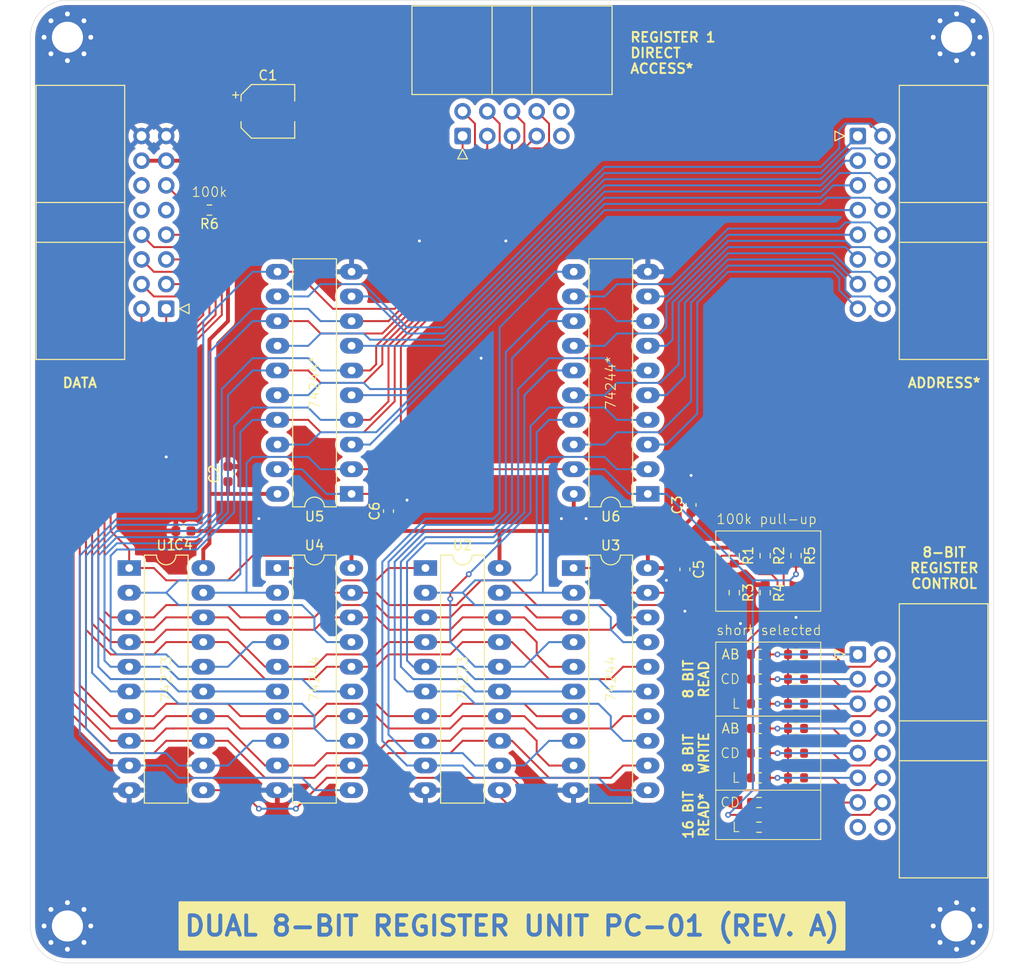
<source format=kicad_pcb>
(kicad_pcb (version 20241229) (generator "pcbnew") (generator_version "9.0")
  (title_block (title "Dual 8-Bit Register Unit") (date "2025-02-13") (rev "PC-01-A"))
  (layers (0 "F.Cu" signal) (2 "B.Cu" signal) (13 "F.Paste" user) (15 "B.Paste" user) (5 "F.SilkS" user "F.Silkscreen") (7 "B.SilkS" user "B.Silkscreen") (1 "F.Mask" user) (3 "B.Mask" user) (25 "Edge.Cuts" user))
  (net 0 "")
  (net 1 "/adr12")
  (net 2 "/adr8")
  (net 3 "/adr14")
  (net 4 "/adr13")
  (net 5 "/adr6")
  (net 6 "/adr1")
  (net 7 "/adr4")
  (net 8 "/adr10")
  (net 9 "/adr7")
  (net 10 "/adr15")
  (net 11 "/adr3")
  (net 12 "/adr5")
  (net 13 "/adr9")
  (net 14 "/adr11")
  (net 15 "/adr2")
  (net 16 "/adr0")
  (net 19 "Net-(U4-1OE)")
  (net 20 "Net-(U2-Q0)")
  (net 21 "Net-(U2-Q4)")
  (net 22 "Net-(U2-Q6)")
  (net 23 "Net-(U2-Q3)")
  (net 24 "Net-(U2-Q1)")
  (net 25 "Net-(U2-Q2)")
  (net 26 "Net-(U2-Q5)")
  (net 27 "Net-(U2-Q7)")
  (net 28 "Net-(U3-1OE)")
  (net 29 "Net-(U5-1OE)")
  (net 30 "/~{readA}")
  (net 31 "/d3")
  (net 32 "/d2")
  (net 33 "/d6")
  (net 34 "GND")
  (net 35 "/d5")
  (net 37 "/d7")
  (net 39 "/d4")
  (net 40 "/d0")
  (net 41 "VCC")
  (net 43 "/d1")
  (net 44 "/~{adrCD}")
  (net 45 "/~{readD}")
  (net 46 "/~{readB}")
  (net 47 "/writeD")
  (net 48 "/~{adrL}")
  (net 49 "/~{readC}")
  (net 50 "/~{readL1}")
  (net 51 "/writeL2")
  (net 52 "/writeL1")
  (net 53 "/writeB")
  (net 54 "/~{readL2}")
  (net 55 "/writeA")
  (net 56 "/writeC")
  (net 57 "Net-(U1-Cp)")
  (net 58 "Net-(U2-Cp)")
  (net 59 "/~{reset}")
  (net 62 "Net-(J1-Pin_7)")
  (net 63 "Net-(J1-Pin_5)")
  (net 64 "Net-(J1-Pin_6)")
  (net 65 "Net-(J1-Pin_3)")
  (net 66 "Net-(J1-Pin_8)")
  (net 67 "Net-(J1-Pin_4)")
  (net 68 "Net-(J1-Pin_1)")
  (net 69 "Net-(J1-Pin_2)")
  (footprint "Capacitor_SMD:C_0603_1608Metric" (layer "F.Cu") (at 60.96 71.615 90)
    (property "Reference" "C2")
    (property "Value" "C")
  )
  (footprint "Connector_IDC:IDC-Header_2x08_P2.54mm_Horizontal" (layer "F.Cu") (at 54.61 54.61 180)
    (property "Reference" "DATA_BUS1" (hide yes))
    (property "Value" "Conn_01x16")
  )
  (footprint "Resistor_SMD:R_0603_1608Metric" (layer "F.Cu") (at 113.03 83.82 -90)
    (property "Reference" "R3")
    (property "Value" "R")
  )
  (footprint "Resistor_SMD:R_0603_1608Metric" (layer "F.Cu") (at 116.205 83.82 -90)
    (property "Reference" "R4")
    (property "Value" "R")
  )
  (footprint "Connector_IDC:IDC-Header_2x08_P2.54mm_Horizontal" (layer "F.Cu") (at 125.73 90.17)
    (property "Reference" "CTRL_BUS1" (hide yes))
    (property "Value" "Conn_01x16")
  )
  (footprint "Capacitor_SMD:C_0603_1608Metric" (layer "F.Cu") (at 107.95 81.42 -90)
    (property "Reference" "C5")
    (property "Value" "C")
  )
  (footprint "Package_DIP:DIP-20_W7.62mm_LongPads" (layer "F.Cu") (at 50.8 81.28)
    (property "Reference" "U1")
    (property "Value" "74HC273")
  )
  (footprint "Connector_IDC:IDC-Header_2x05_P2.54mm_Horizontal" (layer "F.Cu") (at 85.09 36.83 90)
    (property "Reference" "J1" (hide yes))
    (property "Value" "Conn_01x10")
  )
  (footprint "Capacitor_SMD:C_0603_1608Metric" (layer "F.Cu") (at 77.47 75.425 90)
    (property "Reference" "C6")
    (property "Value" "C")
  )
  (footprint "Resistor_SMD:R_0603_1608Metric" (layer "F.Cu") (at 115.57 100.33 180)
    (property "Reference" "R_writeC1" (hide yes))
    (property "Value" "R")
  )
  (footprint "Package_DIP:DIP-20_W7.62mm_LongPads" (layer "F.Cu") (at 104.14 73.655 180)
    (property "Reference" "U6")
    (property "Value" "74HC244")
  )
  (footprint "Resistor_SMD:R_0603_1608Metric" (layer "F.Cu") (at 115.57 102.87 180)
    (property "Reference" "R_writeL1" (hide yes))
    (property "Value" "R")
  )
  (footprint "MountingHole:MountingHole_3.2mm_M3_Pad_Via" (layer "F.Cu") (at 135.89 118.11)
    (property "Reference" "H3" (hide yes))
    (property "Value" "MountingHole_Pad")
  )
  (footprint "Resistor_SMD:R_0603_1608Metric" (layer "F.Cu") (at 119.38 92.71)
    (property "Reference" "R_readD1" (hide yes))
    (property "Value" "R")
  )
  (footprint "Capacitor_SMD:C_0603_1608Metric" (layer "F.Cu") (at 108.585 74.79 90)
    (property "Reference" "C3")
    (property "Value" "C")
  )
  (footprint "Resistor_SMD:R_0603_1608Metric" (layer "F.Cu") (at 119.38 95.25)
    (property "Reference" "R_readL2" (hide yes))
    (property "Value" "R")
  )
  (footprint "Resistor_SMD:R_0603_1608Metric" (layer "F.Cu") (at 113.03 80.01 -90)
    (property "Reference" "R1")
    (property "Value" "R")
  )
  (footprint "Resistor_SMD:R_0603_1608Metric" (layer "F.Cu") (at 115.57 90.17)
    (property "Reference" "R_readA1" (hide yes))
    (property "Value" "R")
  )
  (footprint "Resistor_SMD:R_0603_1608Metric" (layer "F.Cu") (at 119.38 90.17)
    (property "Reference" "R_readB1" (hide yes))
    (property "Value" "R")
  )
  (footprint "Resistor_SMD:R_0603_1608Metric" (layer "F.Cu") (at 119.38 80.01 -90)
    (property "Reference" "R5")
    (property "Value" "R")
  )
  (footprint "Resistor_SMD:R_0603_1608Metric" (layer "F.Cu") (at 119.38 102.87 180)
    (property "Reference" "R_writeL2" (hide yes))
    (property "Value" "R")
  )
  (footprint "Resistor_SMD:R_0603_1608Metric" (layer "F.Cu") (at 116.205 80.01 -90)
    (property "Reference" "R2")
    (property "Value" "R")
  )
  (footprint "Resistor_SMD:R_0603_1608Metric" (layer "F.Cu") (at 115.57 107.95)
    (property "Reference" "R_adrL1" (hide yes))
    (property "Value" "R")
  )
  (footprint "Resistor_SMD:R_0603_1608Metric" (layer "F.Cu") (at 59.055 44.45 180)
    (property "Reference" "R6")
    (property "Value" "R")
  )
  (footprint "Connector_IDC:IDC-Header_2x08_P2.54mm_Horizontal" (layer "F.Cu") (at 125.73 36.83)
    (property "Reference" "ADDRESS_BUS1" (hide yes))
    (property "Value" "Conn_01x16")
  )
  (footprint "Resistor_SMD:R_0603_1608Metric" (layer "F.Cu") (at 115.57 92.71)
    (property "Reference" "R_readC1" (hide yes))
    (property "Value" "R")
  )
  (footprint "Resistor_SMD:R_0603_1608Metric" (layer "F.Cu") (at 119.38 100.33 180)
    (property "Reference" "R_writeD1" (hide yes))
    (property "Value" "R")
  )
  (footprint "Resistor_SMD:R_0603_1608Metric" (layer "F.Cu") (at 115.57 105.41)
    (property "Reference" "R_adrCD1" (hide yes))
    (property "Value" "R")
  )
  (footprint "MountingHole:MountingHole_3.2mm_M3_Pad_Via" (layer "F.Cu") (at 44.45 26.67)
    (property "Reference" "H1" (hide yes))
    (property "Value" "MountingHole_Pad")
  )
  (footprint "Package_DIP:DIP-20_W7.62mm_LongPads" (layer "F.Cu") (at 73.675 73.655 180)
    (property "Reference" "U5")
    (property "Value" "74HC244")
  )
  (footprint "Resistor_SMD:R_0603_1608Metric" (layer "F.Cu") (at 119.38 97.79 180)
    (property "Reference" "R_writeB1" (hide yes))
    (property "Value" "R")
  )
  (footprint "Capacitor_SMD:CP_Elec_5x5.3" (layer "F.Cu") (at 65.065 34.29)
    (property "Reference" "C1")
    (property "Value" "C_Polarized")
  )
  (footprint "MountingHole:MountingHole_3.2mm_M3_Pad_Via" (layer "F.Cu") (at 135.89 26.67)
    (property "Reference" "H2" (hide yes))
    (property "Value" "MountingHole_Pad")
  )
  (footprint "Capacitor_SMD:C_0603_1608Metric" (layer "F.Cu") (at 56.375 77.47 180)
    (property "Reference" "C4")
    (property "Value" "C")
  )
  (footprint "MountingHole:MountingHole_3.2mm_M3_Pad_Via" (layer "F.Cu") (at 44.45 118.11)
    (property "Reference" "H4" (hide yes))
    (property "Value" "MountingHole_Pad")
  )
  (footprint "Resistor_SMD:R_0603_1608Metric" (layer "F.Cu") (at 115.57 97.79 180)
    (property "Reference" "R_writeA1" (hide yes))
    (property "Value" "R")
  )
  (footprint "Resistor_SMD:R_0603_1608Metric" (layer "F.Cu") (at 115.57 95.25)
    (property "Reference" "R_readL1" (hide yes))
    (property "Value" "R")
  )
  (footprint "Package_DIP:DIP-20_W7.62mm_LongPads" (layer "F.Cu") (at 66.04 81.28)
    (property "Reference" "U4")
    (property "Value" "74HC244")
  )
  (footprint "Package_DIP:DIP-20_W7.62mm_LongPads" (layer "F.Cu") (at 96.505 81.285)
    (property "Reference" "U3")
    (property "Value" "74HC244")
  )
  (footprint "Package_DIP:DIP-20_W7.62mm_LongPads" (layer "F.Cu") (at 81.265 81.28)
    (property "Reference" "U2")
    (property "Value" "74HC273")
  )
  (gr_line (start 121.92 77.47) (end 121.92 85.725) (stroke (width 0.1)) (layer "F.SilkS"))
  (gr_line (start 121.92 96.52) (end 121.92 88.9) (stroke (width 0.1)) (layer "F.SilkS"))
  (gr_line (start 111.125 77.47) (end 121.92 77.47) (stroke (width 0.1)) (layer "F.SilkS"))
  (gr_line (start 121.92 85.725) (end 111.125 85.725) (stroke (width 0.1)) (layer "F.SilkS"))
  (gr_line (start 111.125 96.52) (end 121.92 96.52) (stroke (width 0.1)) (layer "F.SilkS"))
  (gr_line (start 121.92 88.9) (end 111.125 88.9) (stroke (width 0.1)) (layer "F.SilkS"))
  (gr_line (start 111.125 96.52) (end 111.125 104.14) (stroke (width 0.1)) (layer "F.SilkS"))
  (gr_line (start 111.125 88.9) (end 111.125 96.52) (stroke (width 0.1)) (layer "F.SilkS"))
  (gr_line (start 111.125 85.725) (end 111.125 77.47) (stroke (width 0.1)) (layer "F.SilkS"))
  (gr_line (start 121.92 104.14) (end 121.92 96.52) (stroke (width 0.1)) (layer "F.SilkS"))
  (gr_line (start 111.125 109.22) (end 111.125 104.14) (stroke (width 0.1)) (layer "F.SilkS"))
  (gr_line (start 111.125 104.14) (end 121.92 104.14) (stroke (width 0.1)) (layer "F.SilkS"))
  (gr_line (start 121.92 104.14) (end 121.92 109.22) (stroke (width 0.1)) (layer "F.SilkS"))
  (gr_line (start 121.92 109.22) (end 111.125 109.22) (stroke (width 0.1)) (layer "F.SilkS"))
  (gr_line (start 139.7 26.67) (end 139.7 118.11) (stroke (width 0.05)) (layer "Edge.Cuts"))
  (gr_arc (start 135.89 22.86) (mid 138.584077 23.975923) (end 139.7 26.67) (stroke (width 0.05)) (layer "Edge.Cuts"))
  (gr_line (start 40.64 118.11) (end 40.64 26.67) (stroke (width 0.05)) (layer "Edge.Cuts"))
  (gr_line (start 44.45 22.86) (end 135.89 22.86) (stroke (width 0.05)) (layer "Edge.Cuts"))
  (gr_line (start 135.89 121.92) (end 44.45 121.92) (stroke (width 0.05)) (layer "Edge.Cuts"))
  (gr_arc (start 44.45 121.92) (mid 41.755923 120.804077) (end 40.64 118.11) (stroke (width 0.05)) (layer "Edge.Cuts"))
  (gr_arc (start 139.7 118.11) (mid 138.584077 120.804077) (end 135.89 121.92) (stroke (width 0.05)) (layer "Edge.Cuts"))
  (gr_arc (start 40.64 26.67) (mid 41.755923 23.975923) (end 44.45 22.86) (stroke (width 0.05)) (layer "Edge.Cuts"))
  (gr_text "CD" (at 113.665 105.41 0) (layer "F.SilkS") (effects (font (size 1 1) (thickness 0.1)) (justify right)))
  (gr_text "8 BIT\nREAD" (at 110.49 92.71 90) (layer "F.SilkS") (effects (font (size 1 1) (thickness 0.2) (bold yes)) (justify bottom)))
  (gr_text "DATA" (at 45.72 62.23 0) (layer "F.SilkS") (effects (font (size 1 1) (thickness 0.2) (bold yes))))
  (gr_text "74244" (at 100.33 92.71 90) (layer "F.SilkS") (effects (font (size 1 1) (thickness 0.1))))
  (gr_text "L" (at 113.665 102.87 0) (layer "F.SilkS") (effects (font (size 1 1) (thickness 0.1)) (justify right)))
  (gr_text "74244" (at 69.85 92.71 90) (layer "F.SilkS") (effects (font (size 1 1) (thickness 0.1))))
  (gr_text "ADDRESS*" (at 134.62 62.23 0) (layer "F.SilkS") (effects (font (size 1 1) (thickness 0.2) (bold yes))))
  (gr_text "100k" (at 57.15 43.18 0) (layer "F.SilkS") (effects (font (size 1 1) (thickness 0.1)) (justify left bottom)))
  (gr_text "CD" (at 113.665 92.71 0) (layer "F.SilkS") (effects (font (size 1 1) (thickness 0.1)) (justify right)))
  (gr_text "16 BIT\nREAD*" (at 110.49 106.68 90) (layer "F.SilkS") (effects (font (size 1 1) (thickness 0.2) (bold yes)) (justify bottom)))
  (gr_text "8-BIT\nREGISTER\nCONTROL" (at 134.62 81.28 0) (layer "F.SilkS") (effects (font (size 1 1) (thickness 0.2) (bold yes))))
  (gr_text "74273" (at 85.09 92.71 90) (layer "F.SilkS") (effects (font (size 1 1) (thickness 0.1))))
  (gr_text "L" (at 113.665 95.25 0) (layer "F.SilkS") (effects (font (size 1 1) (thickness 0.1)) (justify right)))
  (gr_text "74273" (at 54.61 92.71 90) (layer "F.SilkS") (effects (font (size 1 1) (thickness 0.1))))
  (gr_text "74244*" (at 69.85 62.23 90) (layer "F.SilkS") (effects (font (size 1 1) (thickness 0.1))))
  (gr_text "AB" (at 113.665 90.17 0) (layer "F.SilkS") (effects (font (size 1 1) (thickness 0.125)) (justify right)))
  (gr_text "100k pull-up" (at 111.125 76.835 0) (layer "F.SilkS") (effects (font (size 1 1) (thickness 0.1)) (justify left bottom)))
  (gr_text "short selected" (at 111.125 88.265 0) (layer "F.SilkS") (effects (font (size 1 1) (thickness 0.1)) (justify left bottom)))
  (gr_text "L" (at 113.665 107.95 0) (layer "F.SilkS") (effects (font (size 1 1) (thickness 0.1)) (justify right)))
  (gr_text "CD" (at 113.665 100.33 0) (layer "F.SilkS") (effects (font (size 1 1) (thickness 0.1)) (justify right)))
  (gr_text "AB" (at 113.665 97.79 0) (layer "F.SilkS") (effects (font (size 1 1) (thickness 0.125)) (justify right)))
  (gr_text "REGISTER 1\nDIRECT\nACCESS*" (at 102.235 30.48 0) (layer "F.SilkS") (effects (font (size 1 1) (thickness 0.2) (bold yes)) (justify left bottom)))
  (gr_text "74244*" (at 100.33 62.23 90) (layer "F.SilkS") (effects (font (size 1 1) (thickness 0.1))))
  (gr_text "8 BIT\nWRITE" (at 110.49 100.33 90) (layer "F.SilkS") (effects (font (size 1 1) (thickness 0.2) (bold yes)) (justify bottom)))
  (gr_text "DUAL 8-BIT REGISTER UNIT PC-01 (REV. A)" (at 90.17 118.11 0) (layer "F.SilkS" knockout) (effects (font (size 2 2) (thickness 0.4) (bold yes))))
  (segment (start 123.19 49.53) (end 125.73 52.07) (width 0.2) (layer "B.Cu") (net 1))
  (segment (start 106.045 63.495) (end 107.95 61.59) (width 0.2) (layer "B.Cu") (net 1))
  (segment (start 112.395 49.53) (end 123.19 49.53) (width 0.2) (layer "B.Cu") (net 1))
  (segment (start 107.95 53.975) (end 112.395 49.53) (width 0.2) (layer "B.Cu") (net 1))
  (segment (start 107.95 61.59) (end 107.95 53.975) (width 0.2) (layer "B.Cu") (net 1))
  (segment (start 104.14 63.495) (end 106.045 63.495) (width 0.2) (layer "B.Cu") (net 1))
  (segment (start 112.395 46.99) (end 125.73 46.99) (width 0.2) (layer "B.Cu") (net 2))
  (segment (start 104.14 53.335) (end 106.05 53.335) (width 0.2) (layer "B.Cu") (net 2))
  (segment (start 106.05 53.335) (end 112.395 46.99) (width 0.2) (layer "B.Cu") (net 2))
  (segment (start 123.825 51.435) (end 123.825 52.705) (width 0.2) (layer "B.Cu") (net 3))
  (segment (start 123.19 50.8) (end 123.825 51.435) (width 0.2) (layer "B.Cu") (net 3))
  (segment (start 109.22 53.975) (end 112.395 50.8) (width 0.2) (layer "B.Cu") (net 3))
  (segment (start 109.22 65.4) (end 109.22 53.975) (width 0.2) (layer "B.Cu") (net 3))
  (segment (start 106.045 68.575) (end 109.22 65.4) (width 0.2) (layer "B.Cu") (net 3))
  (segment (start 123.825 52.705) (end 125.73 54.61) (width 0.2) (layer "B.Cu") (net 3))
  (segment (start 104.14 68.575) (end 106.045 68.575) (width 0.2) (layer "B.Cu") (net 3))
  (segment (start 112.395 50.8) (end 123.19 50.8) (width 0.2) (layer "B.Cu") (net 3))
  (segment (start 127 50.8) (end 125.095 50.8) (width 0.2) (layer "B.Cu") (net 4))
  (segment (start 112.395 48.895) (end 107.315 53.975) (width 0.2) (layer "B.Cu") (net 4))
  (segment (start 100.965 62.23) (end 99.695 63.5) (width 0.2) (layer "B.Cu") (net 4))
  (segment (start 99.695 63.5) (end 99.06 63.5) (width 0.2) (layer "B.Cu") (net 4))
  (segment (start 99.06 63.5) (end 99.055 63.495) (width 0.2) (layer "B.Cu") (net 4))
  (segment (start 107.315 53.975) (end 107.315 60.325) (width 0.2) (layer "B.Cu") (net 4))
  (segment (start 99.055 63.495) (end 96.52 63.495) (width 0.2) (layer "B.Cu") (net 4))
  (segment (start 128.27 52.07) (end 127 50.8) (width 0.2) (layer "B.Cu") (net 4))
  (segment (start 105.41 62.23) (end 100.965 62.23) (width 0.2) (layer "B.Cu") (net 4))
  (segment (start 125.095 50.8) (end 123.19 48.895) (width 0.2) (layer "B.Cu") (net 4))
  (segment (start 107.315 60.325) (end 105.41 62.23) (width 0.2) (layer "B.Cu") (net 4))
  (segment (start 123.19 48.895) (end 112.395 48.895) (width 0.2) (layer "B.Cu") (net 4))
  (segment (start 75.565 68.58) (end 99.695 44.45) (width 0.2) (layer "B.Cu") (net 5))
  (segment (start 73.675 68.575) (end 75.56 68.575) (width 0.2) (layer "B.Cu") (net 5))
  (segment (start 99.695 44.45) (end 125.73 44.45) (width 0.2) (layer "B.Cu") (net 5))
  (segment (start 75.56 68.575) (end 75.565 68.58) (width 0.2) (layer "B.Cu") (net 5))
  (segment (start 68.575 53.335) (end 66.055 53.335) (width 0.2) (layer "B.Cu") (net 6))
  (segment (start 127 35.56) (end 124.46 35.56) (width 0.2) (layer "B.Cu") (net 6))
  (segment (start 124.46 35.56) (end 123.825 36.195) (width 0.2) (layer "B.Cu") (net 6))
  (segment (start 123.825 36.195) (end 123.825 38.1) (width 0.2) (layer "B.Cu") (net 6))
  (segment (start 83.185 56.515) (end 79.375 56.515) (width 0.2) (layer "B.Cu") (net 6))
  (segment (start 123.825 38.1) (end 121.92 40.005) (width 0.2) (layer "B.Cu") (net 6))
  (segment (start 69.215 53.34) (end 68.58 53.34) (width 0.2) (layer "B.Cu") (net 6))
  (segment (start 79.375 56.515) (end 74.93 52.07) (width 0.2) (layer "B.Cu") (net 6))
  (segment (start 99.695 40.005) (end 83.185 56.515) (width 0.2) (layer "B.Cu") (net 6))
  (segment (start 128.27 36.83) (end 127 35.56) (width 0.2) (layer "B.Cu") (net 6))
  (segment (start 68.58 53.34) (end 68.575 53.335) (width 0.2) (layer "B.Cu") (net 6))
  (segment (start 70.485 52.07) (end 69.215 53.34) (width 0.2) (layer "B.Cu") (net 6))
  (segment (start 74.93 52.07) (end 70.485 52.07) (width 0.2) (layer "B.Cu") (net 6))
  (segment (start 121.92 40.005) (end 99.695 40.005) (width 0.2) (layer "B.Cu") (net 6))
  (segment (start 121.92 43.18) (end 99.695 43.18) (width 0.2) (layer "B.Cu") (net 7))
  (segment (start 125.73 41.91) (end 123.19 41.91) (width 0.2) (layer "B.Cu") (net 7))
  (segment (start 79.38 63.495) (end 73.675 63.495) (width 0.2) (layer "B.Cu") (net 7))
  (segment (start 99.695 43.18) (end 79.38 63.495) (width 0.2) (layer "B.Cu") (net 7))
  (segment (start 123.19 41.91) (end 121.92 43.18) (width 0.2) (layer "B.Cu") (net 7))
  (segment (start 106.68 57.78) (end 106.045 58.415) (width 0.2) (layer "B.Cu") (net 8))
  (segment (start 106.68 53.975) (end 106.68 57.78) (width 0.2) (layer "B.Cu") (net 8))
  (segment (start 106.045 58.415) (end 104.14 58.415) (width 0.2) (layer "B.Cu") (net 8))
  (segment (start 124.46 48.26) (end 112.395 48.26) (width 0.2) (layer "B.Cu") (net 8))
  (segment (start 125.73 49.53) (end 124.46 48.26) (width 0.2) (layer "B.Cu") (net 8))
  (segment (start 112.395 48.26) (end 106.68 53.975) (width 0.2) (layer "B.Cu") (net 8))
  (segment (start 122.555 43.18) (end 127 43.18) (width 0.2) (layer "B.Cu") (net 9))
  (segment (start 69.215 68.58) (end 70.485 67.31) (width 0.2) (layer "B.Cu") (net 9))
  (segment (start 69.21 68.575) (end 69.215 68.58) (width 0.2) (layer "B.Cu") (net 9))
  (segment (start 99.695 43.815) (end 121.92 43.815) (width 0.2) (layer "B.Cu") (net 9))
  (segment (start 66.055 68.575) (end 69.21 68.575) (width 0.2) (layer "B.Cu") (net 9))
  (segment (start 70.485 67.31) (end 76.2 67.31) (width 0.2) (layer "B.Cu") (net 9))
  (segment (start 76.2 67.31) (end 99.695 43.815) (width 0.2) (layer "B.Cu") (net 9))
  (segment (start 121.92 43.815) (end 122.555 43.18) (width 0.2) (layer "B.Cu") (net 9))
  (segment (start 127 43.18) (end 128.27 44.45) (width 0.2) (layer "B.Cu") (net 9))
  (segment (start 125.095 53.34) (end 124.46 52.705) (width 0.2) (layer "B.Cu") (net 10))
  (segment (start 127 53.34) (end 125.095 53.34) (width 0.2) (layer "B.Cu") (net 10))
  (segment (start 112.395 50.165) (end 108.585 53.975) (width 0.2) (layer "B.Cu") (net 10))
  (segment (start 124.46 51.435) (end 123.19 50.165) (width 0.2) (layer "B.Cu") (net 10))
  (segment (start 108.585 64.135) (end 105.41 67.31) (width 0.2) (layer "B.Cu") (net 10))
  (segment (start 108.585 53.975) (end 108.585 64.135) (width 0.2) (layer "B.Cu") (net 10))
  (segment (start 128.27 54.61) (end 127 53.34) (width 0.2) (layer "B.Cu") (net 10))
  (segment (start 105.41 67.31) (end 100.965 67.31) (width 0.2) (layer "B.Cu") (net 10))
  (segment (start 124.46 52.705) (end 124.46 51.435) (width 0.2) (layer "B.Cu") (net 10))
  (segment (start 99.69 68.575) (end 96.52 68.575) (width 0.2) (layer "B.Cu") (net 10))
  (segment (start 123.19 50.165) (end 112.395 50.165) (width 0.2) (layer "B.Cu") (net 10))
  (segment (start 99.695 68.58) (end 99.69 68.575) (width 0.2) (layer "B.Cu") (net 10))
  (segment (start 100.965 67.31) (end 99.695 68.58) (width 0.2) (layer "B.Cu") (net 10))
  (segment (start 125.095 38.1) (end 121.92 41.275) (width 0.2) (layer "B.Cu") (net 11))
  (segment (start 74.93 57.15) (end 75.565 57.785) (width 0.2) (layer "B.Cu") (net 11))
  (segment (start 69.215 58.42) (end 68.58 58.42) (width 0.2) (layer "B.Cu") (net 11))
  (segment (start 127 38.1) (end 125.095 38.1) (width 0.2) (layer "B.Cu") (net 11))
  (segment (start 83.185 57.785) (end 99.695 41.275) (width 0.2) (layer "B.Cu") (net 11))
  (segment (start 68.58 58.42) (end 68.575 58.415) (width 0.2) (layer "B.Cu") (net 11))
  (segment (start 121.92 41.275) (end 99.695 41.275) (width 0.2) (layer "B.Cu") (net 11))
  (segment (start 75.565 57.785) (end 83.185 57.785) (width 0.2) (layer "B.Cu") (net 11))
  (segment (start 68.575 58.415) (end 66.055 58.415) (width 0.2) (layer "B.Cu") (net 11))
  (segment (start 70.485 57.15) (end 69.215 58.42) (width 0.2) (layer "B.Cu") (net 11))
  (segment (start 128.27 39.37) (end 127 38.1) (width 0.2) (layer "B.Cu") (net 11))
  (segment (start 74.93 57.15) (end 70.485 57.15) (width 0.2) (layer "B.Cu") (net 11))
  (segment (start 123.825 40.64) (end 121.92 42.545) (width 0.2) (layer "B.Cu") (net 12))
  (segment (start 69.215 63.5) (end 69.21 63.495) (width 0.2) (layer "B.Cu") (net 12))
  (segment (start 70.485 62.23) (end 69.215 63.5) (width 0.2) (layer "B.Cu") (net 12))
  (segment (start 69.21 63.495) (end 66.055 63.495) (width 0.2) (layer "B.Cu") (net 12))
  (segment (start 75.565 62.865) (end 79.375 62.865) (width 0.2) (layer "B.Cu") (net 12))
  (segment (start 74.93 62.23) (end 70.485 62.23) (width 0.2) (layer "B.Cu") (net 12))
  (segment (start 79.375 62.865) (end 99.695 42.545) (width 0.2) (layer "B.Cu") (net 12))
  (segment (start 128.27 41.91) (end 127 40.64) (width 0.2) (layer "B.Cu") (net 12))
  (segment (start 74.93 62.23) (end 75.565 62.865) (width 0.2) (layer "B.Cu") (net 12))
  (segment (start 127 40.64) (end 123.825 40.64) (width 0.2) (layer "B.Cu") (net 12))
  (segment (start 121.92 42.545) (end 99.695 42.545) (width 0.2) (layer "B.Cu") (net 12))
  (segment (start 96.52 53.335) (end 99.055 53.335) (width 0.2) (layer "B.Cu") (net 13))
  (segment (start 128.27 46.99) (end 127 45.72) (width 0.2) (layer "B.Cu") (net 13))
  (segment (start 106.68 52.07) (end 100.965 52.07) (width 0.2) (layer "B.Cu") (net 13))
  (segment (start 99.06 53.34) (end 99.695 53.34) (width 0.2) (layer "B.Cu") (net 13))
  (segment (start 127 45.72) (end 124.46 45.72) (width 0.2) (layer "B.Cu") (net 13))
  (segment (start 123.825 46.355) (end 112.395 46.355) (width 0.2) (layer "B.Cu") (net 13))
  (segment (start 100.965 52.07) (end 99.695 53.34) (width 0.2) (layer "B.Cu") (net 13))
  (segment (start 99.055 53.335) (end 99.06 53.34) (width 0.2) (layer "B.Cu") (net 13))
  (segment (start 112.395 46.355) (end 106.68 52.07) (width 0.2) (layer "B.Cu") (net 13))
  (segment (start 124.46 45.72) (end 123.825 46.355) (width 0.2) (layer "B.Cu") (net 13))
  (segment (start 125.095 48.26) (end 124.46 47.625) (width 0.2) (layer "B.Cu") (net 14))
  (segment (start 124.46 47.625) (end 112.395 47.625) (width 0.2) (layer "B.Cu") (net 14))
  (segment (start 99.06 58.42) (end 99.055 58.415) (width 0.2) (layer "B.Cu") (net 14))
  (segment (start 99.695 58.42) (end 99.06 58.42) (width 0.2) (layer "B.Cu") (net 14))
  (segment (start 112.395 47.625) (end 106.045 53.975) (width 0.2) (layer "B.Cu") (net 14))
  (segment (start 106.045 56.515) (end 105.41 57.15) (width 0.2) (layer "B.Cu") (net 14))
  (segment (start 127 48.26) (end 125.095 48.26) (width 0.2) (layer "B.Cu") (net 14))
  (segment (start 105.41 57.15) (end 100.965 57.15) (width 0.2) (layer "B.Cu") (net 14))
  (segment (start 106.045 53.975) (end 106.045 56.515) (width 0.2) (layer "B.Cu") (net 14))
  (segment (start 99.055 58.415) (end 96.52 58.415) (width 0.2) (layer "B.Cu") (net 14))
  (segment (start 128.27 49.53) (end 127 48.26) (width 0.2) (layer "B.Cu") (net 14))
  (segment (start 100.965 57.15) (end 99.695 58.42) (width 0.2) (layer "B.Cu") (net 14))
  (segment (start 99.695 41.91) (end 83.19 58.415) (width 0.2) (layer "B.Cu") (net 15))
  (segment (start 124.46 39.37) (end 121.92 41.91) (width 0.2) (layer "B.Cu") (net 15))
  (segment (start 121.92 41.91) (end 99.695 41.91) (width 0.2) (layer "B.Cu") (net 15))
  (segment (start 83.19 58.415) (end 73.675 58.415) (width 0.2) (layer "B.Cu") (net 15))
  (segment (start 125.73 39.37) (end 124.46 39.37) (width 0.2) (layer "B.Cu") (net 15))
  (segment (start 99.695 40.64) (end 121.92 40.64) (width 0.2) (layer "B.Cu") (net 16))
  (segment (start 121.92 40.64) (end 125.73 36.83) (width 0.2) (layer "B.Cu") (net 16))
  (segment (start 75.56 53.335) (end 79.375 57.15) (width 0.2) (layer "B.Cu") (net 16))
  (segment (start 79.375 57.15) (end 83.185 57.15) (width 0.2) (layer "B.Cu") (net 16))
  (segment (start 83.185 57.15) (end 99.695 40.64) (width 0.2) (layer "B.Cu") (net 16))
  (segment (start 73.675 53.335) (end 75.56 53.335) (width 0.2) (layer "B.Cu") (net 16))
  (segment (start 92.71 85.09) (end 106.68 85.09) (width 0.2) (layer "F.Cu") (net 19))
  (segment (start 77.47 85.09) (end 84.455 85.09) (width 0.2) (layer "F.Cu") (net 19))
  (segment (start 116.84 81.915) (end 117.475 82.55) (width 0.2) (layer "F.Cu") (net 19))
  (segment (start 68.58 81.28) (end 71.12 83.82) (width 0.2) (layer "F.Cu") (net 19))
  (segment (start 114.49 80.835) (end 115.57 81.915) (width 0.2) (layer "F.Cu") (net 19))
  (segment (start 109.22 84.455) (end 111.125 82.55) (width 0.2) (layer "F.Cu") (net 19))
  (segment (start 73.66 83.82) (end 76.2 83.82) (width 0.2) (layer "F.Cu") (net 19))
  (segment (start 113.03 80.835) (end 114.49 80.835) (width 0.2) (layer "F.Cu") (net 19))
  (segment (start 86.995 82.55) (end 90.17 82.55) (width 0.2) (layer "F.Cu") (net 19))
  (segment (start 117.475 82.55) (end 117.475 87.44) (width 0.2) (layer "F.Cu") (net 19))
  (segment (start 115.57 81.915) (end 116.84 81.915) (width 0.2) (layer "F.Cu") (net 19))
  (segment (start 66.04 81.28) (end 68.58 81.28) (width 0.2) (layer "F.Cu") (net 19))
  (segment (start 84.455 85.09) (end 86.995 82.55) (width 0.2) (layer "F.Cu") (net 19))
  (segment (start 71.12 83.82) (end 73.66 83.82) (width 0.2) (layer "F.Cu") (net 19))
  (segment (start 107.315 84.455) (end 109.22 84.455) (width 0.2) (layer "F.Cu") (net 19))
  (segment (start 111.125 81.47) (end 111.76 80.835) (width 0.2) (layer "F.Cu") (net 19))
  (segment (start 76.2 83.82) (end 77.47 85.09) (width 0.2) (layer "F.Cu") (net 19))
  (segment (start 114.745 95.25) (end 114.745 90.17) (width 0.2) (layer "F.Cu") (net 19))
  (segment (start 106.68 85.09) (end 107.315 84.455) (width 0.2) (layer "F.Cu") (net 19))
  (segment (start 90.17 82.55) (end 92.71 85.09) (width 0.2) (layer "F.Cu") (net 19))
  (segment (start 111.125 82.55) (end 111.125 81.47) (width 0.2) (layer "F.Cu") (net 19))
  (segment (start 111.76 80.835) (end 113.03 80.835) (width 0.2) (layer "F.Cu") (net 19))
  (segment (start 117.475 87.44) (end 114.745 90.17) (width 0.2) (layer "F.Cu") (net 19))
  (segment (start 99.06 85.09) (end 100.33 86.36) (width 0.2) (layer "B.Cu") (net 20))
  (segment (start 86.36 82.55) (end 85.09 83.82) (width 0.2) (layer "B.Cu") (net 20))
  (segment (start 96.52 66.035) (end 93.985 66.035) (width 0.2) (layer "B.Cu") (net 20))
  (segment (start 85.09 83.82) (end 86.36 85.09) (width 0.2) (layer "B.Cu") (net 20))
  (segment (start 92.71 67.31) (end 92.71 81.915) (width 0.2) (layer "B.Cu") (net 20))
  (segment (start 100.33 87.63) (end 101.605 88.905) (width 0.2) (layer "B.Cu") (net 20))
  (segment (start 101.605 88.905) (end 104.125 88.905) (width 0.2) (layer "B.Cu") (net 20))
  (segment (start 81.265 83.82) (end 85.09 83.82) (width 0.2) (layer "B.Cu") (net 20))
  (segment (start 92.71 81.915) (end 92.075 82.55) (width 0.2) (layer "B.Cu") (net 20))
  (segment (start 92.075 82.55) (end 86.36 82.55) (width 0.2) (layer "B.Cu") (net 20))
  (segment (start 86.36 85.09) (end 99.06 85.09) (width 0.2) (layer "B.Cu") (net 20))
  (segment (start 93.985 66.035) (end 92.71 67.31) (width 0.2) (layer "B.Cu") (net 20))
  (segment (start 100.33 86.36) (end 100.33 87.63) (width 0.2) (layer "B.Cu") (net 20))
  (segment (start 85.09 100.33) (end 86.36 101.6) (width 0.2) (layer "B.Cu") (net 21))
  (segment (start 88.885 101.6) (end 91.44 101.6) (width 0.2) (layer "B.Cu") (net 21))
  (segment (start 99.695 54.61) (end 93.98 54.61) (width 0.2) (layer "B.Cu") (net 21))
  (segment (start 89.535 75.565) (end 88.265 76.835) (width 0.2) (layer "B.Cu") (net 21))
  (segment (start 77.47 80.645) (end 77.47 98.425) (width 0.2) (layer "B.Cu") (net 21))
  (segment (start 81.28 76.835) (end 77.47 80.645) (width 0.2) (layer "B.Cu") (net 21))
  (segment (start 100.96 55.875) (end 99.695 54.61) (width 0.2) (layer "B.Cu") (net 21))
  (segment (start 86.36 101.6) (end 88.885 101.6) (width 0.2) (layer "B.Cu") (net 21))
  (segment (start 91.44 101.6) (end 93.98 99.06) (width 0.2) (layer "B.Cu") (net 21))
  (segment (start 93.98 99.06) (end 93.985 99.065) (width 0.2) (layer "B.Cu") (net 21))
  (segment (start 77.47 98.425) (end 79.375 100.33) (width 0.2) (layer "B.Cu") (net 21))
  (segment (start 89.535 59.055) (end 89.535 75.565) (width 0.2) (layer "B.Cu") (net 21))
  (segment (start 79.375 100.33) (end 85.09 100.33) (width 0.2) (layer "B.Cu") (net 21))
  (segment (start 93.98 54.61) (end 89.535 59.055) (width 0.2) (layer "B.Cu") (net 21))
  (segment (start 88.265 76.835) (end 81.28 76.835) (width 0.2) (layer "B.Cu") (net 21))
  (segment (start 104.14 55.875) (end 100.96 55.875) (width 0.2) (layer "B.Cu") (net 21))
  (segment (start 93.985 99.065) (end 96.505 99.065) (width 0.2) (layer "B.Cu") (net 21))
  (segment (start 83.82 84.455) (end 83.82 83.82) (width 0.2) (layer "F.Cu") (net 22))
  (segment (start 83.82 83.82) (end 85.725 81.915) (width 0.2) (layer "F.Cu") (net 22))
  (via (at 83.82 84.455) (size 0.6) (drill 0.3) (layers "F.Cu" "B.Cu") (net 22))
  (via (at 85.725 81.915) (size 0.6) (drill 0.3) (layers "F.Cu" "B.Cu") (net 22))
  (segment (start 83.82 88.9) (end 83.82 84.455) (width 0.2) (layer "B.Cu") (net 22))
  (segment (start 92.075 66.675) (end 92.075 75.565) (width 0.2) (layer "B.Cu") (net 22))
  (segment (start 100.96 66.035) (end 99.695 64.77) (width 0.2) (layer "B.Cu") (net 22))
  (segment (start 85.09 90.17) (end 86.36 91.44) (width 0.2) (layer "B.Cu") (net 22))
  (segment (start 91.44 91.44) (end 93.98 88.9) (width 0.2) (layer "B.Cu") (net 22))
  (segment (start 86.36 91.44) (end 88.885 91.44) (width 0.2) (layer "B.Cu") (net 22))
  (segment (start 88.885 91.44) (end 91.44 91.44) (width 0.2) (layer "B.Cu") (net 22))
  (segment (start 93.985 88.905) (end 96.505 88.905) (width 0.2) (layer "B.Cu") (net 22))
  (segment (start 85.09 90.17) (end 83.82 88.9) (width 0.2) (layer "B.Cu") (net 22))
  (segment (start 104.14 66.035) (end 100.96 66.035) (width 0.2) (layer "B.Cu") (net 22))
  (segment (start 93.98 64.77) (end 92.075 66.675) (width 0.2) (layer "B.Cu") (net 22))
  (segment (start 93.98 88.9) (end 93.985 88.905) (width 0.2) (layer "B.Cu") (net 22))
  (segment (start 99.695 64.77) (end 93.98 64.77) (width 0.2) (layer "B.Cu") (net 22))
  (segment (start 85.725 81.915) (end 88.265 79.375) (width 0.2) (layer "B.Cu") (net 22))
  (segment (start 92.075 75.565) (end 88.265 79.375) (width 0.2) (layer "B.Cu") (net 22))
  (segment (start 81.265 101.6) (end 85.09 101.6) (width 0.2) (layer "B.Cu") (net 23))
  (segment (start 81.265 101.6) (end 79.375 101.6) (width 0.2) (layer "B.Cu") (net 23))
  (segment (start 88.265 76.2) (end 88.9 75.565) (width 0.2) (layer "B.Cu") (net 23))
  (segment (start 76.835 99.06) (end 76.835 80.645) (width 0.2) (layer "B.Cu") (net 23))
  (segment (start 100.33 104.14) (end 101.6 104.14) (width 0.2) (layer "B.Cu") (net 23))
  (segment (start 94.615 50.795) (end 96.52 50.795) (width 0.2) (layer "B.Cu") (net 23))
  (segment (start 99.06 102.87) (end 100.33 104.14) (width 0.2) (layer "B.Cu") (net 23))
  (segment (start 101.6 104.14) (end 101.605 104.145) (width 0.2) (layer "B.Cu") (net 23))
  (segment (start 86.36 102.87) (end 99.06 102.87) (width 0.2) (layer "B.Cu") (net 23))
  (segment (start 94.615 50.8) (end 94.615 50.795) (width 0.2) (layer "B.Cu") (net 23))
  (segment (start 79.375 101.6) (end 76.835 99.06) (width 0.2) (layer "B.Cu") (net 23))
  (segment (start 81.28 76.2) (end 88.265 76.2) (width 0.2) (layer "B.Cu") (net 23))
  (segment (start 76.835 80.645) (end 81.28 76.2) (width 0.2) (layer "B.Cu") (net 23))
  (segment (start 101.605 104.145) (end 104.125 104.145) (width 0.2) (layer "B.Cu") (net 23))
  (segment (start 88.9 75.565) (end 88.9 56.515) (width 0.2) (layer "B.Cu") (net 23))
  (segment (start 85.09 101.6) (end 86.36 102.87) (width 0.2) (layer "B.Cu") (net 23))
  (segment (start 88.9 56.515) (end 94.615 50.8) (width 0.2) (layer "B.Cu") (net 23))
  (segment (start 91.44 63.5) (end 93.985 60.955) (width 0.2) (layer "B.Cu") (net 24))
  (segment (start 81.265 91.44) (end 80.01 91.44) (width 0.2) (layer "B.Cu") (net 24))
  (segment (start 100.335 93.985) (end 104.125 93.985) (width 0.2) (layer "B.Cu") (net 24))
  (segment (start 88.265 78.74) (end 91.44 75.565) (width 0.2) (layer "B.Cu") (net 24))
  (segment (start 79.375 90.805) (end 79.375 80.645) (width 0.2) (layer "B.Cu") (net 24))
  (segment (start 91.44 75.565) (end 91.44 63.5) (width 0.2) (layer "B.Cu") (net 24))
  (segment (start 85.09 91.44) (end 86.36 92.71) (width 0.2) (layer "B.Cu") (net 24))
  (segment (start 81.265 91.44) (end 85.09 91.44) (width 0.2) (layer "B.Cu") (net 24))
  (segment (start 86.36 92.71) (end 99.06 92.71) (width 0.2) (layer "B.Cu") (net 24))
  (segment (start 93.985 60.955) (end 96.52 60.955) (width 0.2) (layer "B.Cu") (net 24))
  (segment (start 80.01 91.44) (end 79.375 90.805) (width 0.2) (layer "B.Cu") (net 24))
  (segment (start 81.28 78.74) (end 88.265 78.74) (width 0.2) (layer "B.Cu") (net 24))
  (segment (start 99.06 92.71) (end 100.335 93.985) (width 0.2) (layer "B.Cu") (net 24))
  (segment (start 79.375 80.645) (end 81.28 78.74) (width 0.2) (layer "B.Cu") (net 24))
  (segment (start 85.09 93.98) (end 86.36 95.25) (width 0.2) (layer "B.Cu") (net 25))
  (segment (start 86.36 95.25) (end 99.06 95.25) (width 0.2) (layer "B.Cu") (net 25))
  (segment (start 102.875 99.065) (end 104.125 99.065) (width 0.2) (layer "B.Cu") (net 25))
  (segment (start 102.87 99.06) (end 102.875 99.065) (width 0.2) (layer "B.Cu") (net 25))
  (segment (start 78.105 92.71) (end 78.105 80.645) (width 0.2) (layer "B.Cu") (net 25))
  (segment (start 88.265 77.47) (end 90.17 75.565) (width 0.2) (layer "B.Cu") (net 25))
  (segment (start 78.105 80.645) (end 81.28 77.47) (width 0.2) (layer "B.Cu") (net 25))
  (segment (start 90.17 75.565) (end 90.17 59.69) (width 0.2) (layer "B.Cu") (net 25))
  (segment (start 101.6 99.06) (end 102.87 99.06) (width 0.2) (layer "B.Cu") (net 25))
  (segment (start 99.06 95.25) (end 100.33 96.52) (width 0.2) (layer "B.Cu") (net 25))
  (segment (start 93.985 55.875) (end 96.52 55.875) (width 0.2) (layer "B.Cu") (net 25))
  (segment (start 100.33 97.79) (end 101.6 99.06) (width 0.2) (layer "B.Cu") (net 25))
  (segment (start 81.265 93.98) (end 79.375 93.98) (width 0.2) (layer "B.Cu") (net 25))
  (segment (start 81.28 77.47) (end 88.265 77.47) (width 0.2) (layer "B.Cu") (net 25))
  (segment (start 100.33 96.52) (end 100.33 97.79) (width 0.2) (layer "B.Cu") (net 25))
  (segment (start 79.375 93.98) (end 78.105 92.71) (width 0.2) (layer "B.Cu") (net 25))
  (segment (start 81.265 93.98) (end 85.09 93.98) (width 0.2) (layer "B.Cu") (net 25))
  (segment (start 90.17 59.69) (end 93.985 55.875) (width 0.2) (layer "B.Cu") (net 25))
  (segment (start 86.36 93.98) (end 88.885 93.98) (width 0.2) (layer "B.Cu") (net 26))
  (segment (start 90.805 62.865) (end 90.805 75.565) (width 0.2) (layer "B.Cu") (net 26))
  (segment (start 78.74 80.645) (end 78.74 91.44) (width 0.2) (layer "B.Cu") (net 26))
  (segment (start 99.695 59.69) (end 93.98 59.69) (width 0.2) (layer "B.Cu") (net 26))
  (segment (start 100.96 60.955) (end 99.695 59.69) (width 0.2) (layer "B.Cu") (net 26))
  (segment (start 78.74 91.44) (end 80.01 92.71) (width 0.2) (layer "B.Cu") (net 26))
  (segment (start 88.265 78.105) (end 81.28 78.105) (width 0.2) (layer "B.Cu") (net 26))
  (segment (start 90.805 75.565) (end 88.265 78.105) (width 0.2) (layer "B.Cu") (net 26))
  (segment (start 96.505 93.985) (end 88.89 93.985) (width 0.2) (layer "B.Cu") (net 26))
  (segment (start 80.01 92.71) (end 85.09 92.71) (width 0.2) (layer "B.Cu") (net 26))
  (segment (start 88.89 93.985) (end 88.885 93.98) (width 0.2) (layer "B.Cu") (net 26))
  (segment (start 104.14 60.955) (end 100.96 60.955) (width 0.2) (layer "B.Cu") (net 26))
  (segment (start 85.09 92.71) (end 86.36 93.98) (width 0.2) (layer "B.Cu") (net 26))
  (segment (start 93.98 59.69) (end 90.805 62.865) (width 0.2) (layer "B.Cu") (net 26))
  (segment (start 81.28 78.105) (end 78.74 80.645) (width 0.2) (layer "B.Cu") (net 26))
  (segment (start 93.345 70.485) (end 93.345 83.82) (width 0.2) (layer "B.Cu") (net 27))
  (segment (start 96.5 83.82) (end 96.505 83.825) (width 0.2) (layer "B.Cu") (net 27))
  (segment (start 104.14 71.115) (end 100.96 71.115) (width 0.2) (layer "B.Cu") (net 27))
  (segment (start 99.695 69.85) (end 93.98 69.85) (width 0.2) (layer "B.Cu") (net 27))
  (segment (start 93.345 83.82) (end 96.5 83.82) (width 0.2) (layer "B.Cu") (net 27))
  (segment (start 93.98 69.85) (end 93.345 70.485) (width 0.2) (layer "B.Cu") (net 27))
  (segment (start 100.96 71.115) (end 99.695 69.85) (width 0.2) (layer "B.Cu") (net 27))
  (segment (start 88.885 83.82) (end 93.345 83.82) (width 0.2) (layer "B.Cu") (net 27))
  (segment (start 118.11 81.915) (end 118.11 88.265) (width 0.2) (layer "F.Cu") (net 28))
  (segment (start 117.03 80.835) (end 118.11 81.915) (width 0.2) (layer "F.Cu") (net 28))
  (segment (start 111.76 80.01) (end 110.49 81.28) (width 0.2) (layer "F.Cu") (net 28))
  (segment (start 118.555 95.25) (end 118.555 90.17) (width 0.2) (layer "F.Cu") (net 28))
  (segment (start 99.06 81.28) (end 96.51 81.28) (width 0.2) (layer "F.Cu") (net 28))
  (segment (start 96.51 81.28) (end 96.505 81.285) (width 0.2) (layer "F.Cu") (net 28))
  (segment (start 114.3 80.01) (end 111.76 80.01) (width 0.2) (layer "F.Cu") (net 28))
  (segment (start 107.315 83.82) (end 107.31 83.825) (width 0.2) (layer "F.Cu") (net 28))
  (segment (start 110.49 81.28) (end 110.49 82.55) (width 0.2) (layer "F.Cu") (net 28))
  (segment (start 101.6 83.82) (end 101.6 83.825) (width 0.2) (layer "F.Cu") (net 28))
  (segment (start 118.11 88.265) (end 118.555 88.71) (width 0.2) (layer "F.Cu") (net 28))
  (segment (start 118.555 88.71) (end 118.555 90.17) (width 0.2) (layer "F.Cu") (net 28))
  (segment (start 104.125 83.825) (end 101.6 83.825) (width 0.2) (layer "F.Cu") (net 28))
  (segment (start 109.22 83.82) (end 107.315 83.82) (width 0.2) (layer "F.Cu") (net 28))
  (segment (start 99.06 81.28) (end 101.6 83.82) (width 0.2) (layer "F.Cu") (net 28))
  (segment (start 115.125 80.835) (end 114.3 80.01) (width 0.2) (layer "F.Cu") (net 28))
  (segment (start 116.205 80.835) (end 115.125 80.835) (width 0.2) (layer "F.Cu") (net 28))
  (segment (start 116.205 80.835) (end 117.03 80.835) (width 0.2) (layer "F.Cu") (net 28))
  (segment (start 107.31 83.825) (end 104.125 83.825) (width 0.2) (layer "F.Cu") (net 28))
  (segment (start 110.49 82.55) (end 109.22 83.82) (width 0.2) (layer "F.Cu") (net 28))
  (segment (start 73.675 73.655) (end 75.565 73.655) (width 0.2) (layer "F.Cu") (net 29))
  (segment (start 96.52 71.115) (end 78.105 71.115) (width 0.2) (layer "F.Cu") (net 29))
  (segment (start 114.745 106.68) (end 114.745 107.95) (width 0.2) (layer "F.Cu") (net 29))
  (segment (start 114.745 105.41) (end 114.745 106.68) (width 0.2) (layer "F.Cu") (net 29))
  (segment (start 78.105 71.115) (end 75.565 73.655) (width 0.2) (layer "F.Cu") (net 29))
  (segment (start 119.38 80.835) (end 119.38 81.915) (width 0.2) (layer "F.Cu") (net 29))
  (segment (start 114.745 106.68) (end 112.395 106.68) (width 0.2) (layer "F.Cu") (net 29))
  (via (at 112.395 106.68) (size 0.6) (drill 0.3) (layers "F.Cu" "B.Cu") (net 29))
  (via (at 119.38 81.915) (size 0.6) (drill 0.3) (layers "F.Cu" "B.Cu") (net 29))
  (segment (start 66.055 71.115) (end 68.575 71.115) (width 0.2) (layer "B.Cu") (net 29))
  (segment (start 99.69 71.115) (end 96.52 71.115) (width 0.2) (layer "B.Cu") (net 29))
  (segment (start 71.12 73.66) (end 71.755 73.66) (width 0.2) (layer "B.Cu") (net 29))
  (segment (start 104.14 73.655) (end 102.23 73.655) (width 0.2) (layer "B.Cu") (net 29))
  (segment (start 119.38 81.915) (end 118.745 82.55) (width 0.2) (layer "B.Cu") (net 29))
  (segment (start 68.575 71.115) (end 71.12 73.66) (width 0.2) (layer "B.Cu") (net 29))
  (segment (start 112.395 106.68) (end 114.935 104.14) (width 0.2) (layer "B.Cu") (net 29))
  (segment (start 106.04 73.655) (end 104.14 73.655) (width 0.2) (layer "B.Cu") (net 29))
  (segment (start 114.935 104.14) (end 114.935 83.185) (width 0.2) (layer "B.Cu") (net 29))
  (segment (start 71.76 73.655) (end 73.675 73.655) (width 0.2) (layer "B.Cu") (net 29))
  (segment (start 114.935 82.55) (end 106.04 73.655) (width 0.2) (layer "B.Cu") (net 29))
  (segment (start 118.745 82.55) (end 114.935 82.55) (width 0.2) (layer "B.Cu") (net 29))
  (segment (start 114.935 83.185) (end 114.935 82.55) (width 0.2) (layer "B.Cu") (net 29))
  (segment (start 102.23 73.655) (end 99.69 71.115) (width 0.2) (layer "B.Cu") (net 29))
  (segment (start 71.755 73.66) (end 71.76 73.655) (width 0.2) (layer "B.Cu") (net 29))
  (segment (start 116.395 90.17) (end 117.475 90.17) (width 0.2) (layer "F.Cu") (net 30))
  (via (at 117.475 90.17) (size 0.6) (drill 0.3) (layers "F.Cu" "B.Cu") (net 30))
  (segment (start 117.475 90.17) (end 125.73 90.17) (width 0.2) (layer "B.Cu") (net 30))
  (segment (start 92.71 97.79) (end 100.33 97.79) (width 0.2) (layer "F.Cu") (net 31))
  (segment (start 48.895 97.79) (end 53.34 97.79) (width 0.2) (layer "F.Cu") (net 31))
  (segment (start 73.66 96.52) (end 76.2 96.52) (width 0.2) (layer "F.Cu") (net 31))
  (segment (start 69.85 97.79) (end 71.12 96.52) (width 0.2) (layer "F.Cu") (net 31))
  (segment (start 53.34 53.34) (end 55.88 53.34) (width 0.2) (layer "F.Cu") (net 31))
  (segment (start 56.515 53.975) (end 56.515 55.245) (width 0.2) (layer "F.Cu") (net 31))
  (segment (start 55.88 53.34) (end 56.515 53.975) (width 0.2) (layer "F.Cu") (net 31))
  (segment (start 101.605 96.525) (end 104.125 96.525) (width 0.2) (layer "F.Cu") (net 31))
  (segment (start 101.6 96.52) (end 101.605 96.525) (width 0.2) (layer "F.Cu") (net 31))
  (segment (start 76.2 96.52) (end 77.47 97.79) (width 0.2) (layer "F.Cu") (net 31))
  (segment (start 77.47 97.79) (end 83.82 97.79) (width 0.2) (layer "F.Cu") (net 31))
  (segment (start 58.42 96.52) (end 60.96 96.52) (width 0.2) (layer "F.Cu") (net 31))
  (segment (start 60.96 96.52) (end 62.23 97.79) (width 0.2) (layer "F.Cu") (net 31))
  (segment (start 54.61 96.52) (end 58.42 96.52) (width 0.2) (layer "F.Cu") (net 31))
  (segment (start 85.09 96.52) (end 88.885 96.52) (width 0.2) (layer "F.Cu") (net 31))
  (segment (start 45.085 66.675) (end 45.085 93.98) (width 0.2) (layer "F.Cu") (net 31))
  (segment (start 52.07 52.07) (end 53.34 53.34) (width 0.2) (layer "F.Cu") (net 31))
  (segment (start 83.82 97.79) (end 85.09 96.52) (width 0.2) (layer "F.Cu") (net 31))
  (segment (start 53.34 97.79) (end 54.61 96.52) (width 0.2) (layer "F.Cu") (net 31))
  (segment (start 91.44 96.52) (end 92.71 97.79) (width 0.2) (layer "F.Cu") (net 31))
  (segment (start 71.12 96.52) (end 73.66 96.52) (width 0.2) (layer "F.Cu") (net 31))
  (segment (start 62.23 97.79) (end 69.85 97.79) (width 0.2) (layer "F.Cu") (net 31))
  (segment (start 56.515 55.245) (end 45.085 66.675) (width 0.2) (layer "F.Cu") (net 31))
  (segment (start 45.085 93.98) (end 48.895 97.79) (width 0.2) (layer "F.Cu") (net 31))
  (segment (start 100.33 97.79) (end 101.6 96.52) (width 0.2) (layer "F.Cu") (net 31))
  (segment (start 88.885 96.52) (end 91.44 96.52) (width 0.2) (layer "F.Cu") (net 31))
  (segment (start 57.15 55.245) (end 45.72 66.675) (width 0.2) (layer "F.Cu") (net 32))
  (segment (start 62.23 96.52) (end 66.04 96.52) (width 0.2) (layer "F.Cu") (net 32))
  (segment (start 66.04 96.52) (end 69.85 96.52) (width 0.2) (layer "F.Cu") (net 32))
  (segment (start 45.72 66.675) (end 45.72 93.345) (width 0.2) (layer "F.Cu") (net 32))
  (segment (start 45.72 93.345) (end 48.895 96.52) (width 0.2) (layer "F.Cu") (net 32))
  (segment (start 60.96 95.25) (end 62.23 96.52) (width 0.2) (layer "F.Cu") (net 32))
  (segment (start 76.2 95.25) (end 77.47 96.52) (width 0.2) (layer "F.Cu") (net 32))
  (segment (start 71.12 95.25) (end 76.2 95.25) (width 0.2) (layer "F.Cu") (net 32))
  (segment (start 92.715 96.525) (end 91.44 95.25) (width 0.2) (layer "F.Cu") (net 32))
  (segment (start 77.47 96.52) (end 81.265 96.52) (width 0.2) (layer "F.Cu") (net 32))
  (segment (start 57.15 52.705) (end 57.15 55.245) (width 0.2) (layer "F.Cu") (net 32))
  (segment (start 69.85 96.52) (end 71.12 95.25) (width 0.2) (layer "F.Cu") (net 32))
  (segment (start 54.61 52.07) (end 56.515 52.07) (width 0.2) (layer "F.Cu") (net 32))
  (segment (start 91.44 95.25) (end 85.09 95.25) (width 0.2) (layer "F.Cu") (net 32))
  (segment (start 56.515 52.07) (end 57.15 52.705) (width 0.2) (layer "F.Cu") (net 32))
  (segment (start 53.34 96.52) (end 54.61 95.25) (width 0.2) (layer "F.Cu") (net 32))
  (segment (start 53.34 96.52) (end 50.8 96.52) (width 0.2) (layer "F.Cu") (net 32))
  (segment (start 96.505 96.525) (end 92.715 96.525) (width 0.2) (layer "F.Cu") (net 32))
  (segment (start 85.09 95.25) (end 83.82 96.52) (width 0.2) (layer "F.Cu") (net 32))
  (segment (start 83.82 96.52) (end 81.265 96.52) (width 0.2) (layer "F.Cu") (net 32))
  (segment (start 48.895 96.52) (end 50.8 96.52) (width 0.2) (layer "F.Cu") (net 32))
  (segment (start 54.61 95.25) (end 60.96 95.25) (width 0.2) (layer "F.Cu") (net 32))
  (segment (start 77.47 86.36) (end 81.265 86.36) (width 0.2) (layer "F.Cu") (net 33))
  (segment (start 85.09 85.09) (end 83.82 86.36) (width 0.2) (layer "F.Cu") (net 33))
  (segment (start 96.505 86.365) (end 92.715 86.365) (width 0.2) (layer "F.Cu") (net 33))
  (segment (start 62.23 86.36) (end 66.04 86.36) (width 0.2) (layer "F.Cu") (net 33))
  (segment (start 59.69 55.245) (end 48.26 66.675) (width 0.2) (layer "F.Cu") (net 33))
  (segment (start 48.26 66.675) (end 48.26 85.725) (width 0.2) (layer "F.Cu") (net 33))
  (segment (start 48.895 86.36) (end 50.8 86.36) (width 0.2) (layer "F.Cu") (net 33))
  (segment (start 69.85 86.36) (end 71.12 85.09) (width 0.2) (layer "F.Cu") (net 33))
  (segment (start 60.96 85.09) (end 62.23 86.36) (width 0.2) (layer "F.Cu") (net 33))
  (segment (start 56.515 46.99) (end 59.69 50.165) (width 0.2) (layer "F.Cu") (net 33))
  (segment (start 92.715 86.365) (end 91.44 85.09) (width 0.2) (layer "F.Cu") (net 33))
  (segment (start 59.69 50.165) (end 59.69 55.245) (width 0.2) (layer "F.Cu") (net 33))
  (segment (start 54.61 85.09) (end 60.96 85.09) (width 0.2) (layer "F.Cu") (net 33))
  (segment (start 50.8 86.36) (end 53.34 86.36) (width 0.2) (layer "F.Cu") (net 33))
  (segment (start 91.44 85.09) (end 85.09 85.09) (width 0.2) (layer "F.Cu") (net 33))
  (segment (start 66.04 86.36) (end 69.85 86.36) (width 0.2) (layer "F.Cu") (net 33))
  (segment (start 76.2 85.09) (end 77.47 86.36) (width 0.2) (layer "F.Cu") (net 33))
  (segment (start 54.61 46.99) (end 56.515 46.99) (width 0.2) (layer "F.Cu") (net 33))
  (segment (start 71.12 85.09) (end 76.2 85.09) (width 0.2) (layer "F.Cu") (net 33))
  (segment (start 53.34 86.36) (end 54.61 85.09) (width 0.2) (layer "F.Cu") (net 33))
  (segment (start 48.26 85.725) (end 48.895 86.36) (width 0.2) (layer "F.Cu") (net 33))
  (segment (start 83.82 86.36) (end 81.265 86.36) (width 0.2) (layer "F.Cu") (net 33))
  (segment (start 116.205 82.995) (end 113.03 82.995) (width 0.4) (layer "F.Cu") (net 34))
  (via (at 80.645 47.625) (size 0.6) (drill 0.3) (layers "F.Cu" "B.Cu") (net 34))
  (via (at 107.95 85.725) (size 0.6) (drill 0.3) (layers "F.Cu" "B.Cu") (net 34))
  (via (at 86.995 59.69) (size 0.6) (drill 0.3) (layers "F.Cu" "B.Cu") (net 34))
  (via (at 64.135 76.2) (size 0.6) (drill 0.3) (layers "F.Cu" "B.Cu") (net 34))
  (via (at 113.665 86.995) (size 0.6) (drill 0.3) (layers "F.Cu" "B.Cu") (net 34))
  (via (at 89.535 47.625) (size 0.6) (drill 0.3) (layers "F.Cu" "B.Cu") (net 34))
  (via (at 79.375 74.295) (size 0.6) (drill 0.3) (layers "F.Cu" "B.Cu") (net 34))
  (via (at 54.61 69.85) (size 0.6) (drill 0.3) (layers "F.Cu" "B.Cu") (net 34))
  (via (at 95.25 76.2) (size 0.6) (drill 0.3) (layers "F.Cu" "B.Cu") (net 34))
  (via (at 119.38 86.36) (size 0.6) (drill 0.3) (layers "F.Cu" "B.Cu") (net 34))
  (via (at 106.045 82.55) (size 0.6) (drill 0.3) (layers "F.Cu" "B.Cu") (net 34))
  (via (at 97.79 76.2) (size 0.6) (drill 0.3) (layers "F.Cu" "B.Cu") (net 34))
  (via (at 108.585 71.755) (size 0.6) (drill 0.3) (layers "F.Cu" "B.Cu") (net 34))
  (segment (start 57.785 55.245) (end 46.355 66.675) (width 0.2) (layer "F.Cu") (net 35))
  (segment (start 60.96 88.9) (end 64.77 92.71) (width 0.2) (layer "F.Cu") (net 35))
  (segment (start 90.17 88.9) (end 93.98 92.71) (width 0.2) (layer "F.Cu") (net 35))
  (segment (start 88.885 88.9) (end 90.17 88.9) (width 0.2) (layer "F.Cu") (net 35))
  (segment (start 52.07 49.53) (end 53.34 50.8) (width 0.2) (layer "F.Cu") (net 35))
  (segment (start 46.355 66.675) (end 46.355 87.63) (width 0.2) (layer "F.Cu") (net 35))
  (segment (start 48.895 90.17) (end 53.34 90.17) (width 0.2) (layer "F.Cu") (net 35))
  (segment (start 54.61 88.9) (end 58.42 88.9) (width 0.2) (layer "F.Cu") (net 35))
  (segment (start 64.77 92.71) (end 69.85 92.71) (width 0.2) (layer "F.Cu") (net 35))
  (segment (start 76.2 91.44) (end 77.47 90.17) (width 0.2) (layer "F.Cu") (net 35))
  (segment (start 69.85 92.71) (end 71.12 91.44) (width 0.2) (layer "F.Cu") (net 35))
  (segment (start 73.66 91.44) (end 76.2 91.44) (width 0.2) (layer "F.Cu") (net 35))
  (segment (start 77.47 90.17) (end 83.82 90.17) (width 0.2) (layer "F.Cu") (net 35))
  (segment (start 57.785 52.07) (end 57.785 55.245) (width 0.2) (layer "F.Cu") (net 35))
  (segment (start 46.355 87.63) (end 48.895 90.17) (width 0.2) (layer "F.Cu") (net 35))
  (segment (start 101.605 91.445) (end 104.125 91.445) (width 0.2) (layer "F.Cu") (net 35))
  (segment (start 85.09 88.9) (end 88.885 88.9) (width 0.2) (layer "F.Cu") (net 35))
  (segment (start 53.34 50.8) (end 56.515 50.8) (width 0.2) (layer "F.Cu") (net 35))
  (segment (start 83.82 90.17) (end 85.09 88.9) (width 0.2) (layer "F.Cu") (net 35))
  (segment (start 58.42 88.9) (end 60.96 88.9) (width 0.2) (layer "F.Cu") (net 35))
  (segment (start 100.33 92.71) (end 101.6 91.44) (width 0.2) (layer "F.Cu") (net 35))
  (segment (start 93.98 92.71) (end 100.33 92.71) (width 0.2) (layer "F.Cu") (net 35))
  (segment (start 56.515 50.8) (end 57.785 52.07) (width 0.2) (layer "F.Cu") (net 35))
  (segment (start 71.12 91.44) (end 73.66 91.44) (width 0.2) (layer "F.Cu") (net 35))
  (segment (start 101.6 91.44) (end 101.605 91.445) (width 0.2) (layer "F.Cu") (net 35))
  (segment (start 53.34 90.17) (end 54.61 88.9) (width 0.2) (layer "F.Cu") (net 35))
  (segment (start 59.055 55.245) (end 47.625 66.675) (width 0.2) (layer "F.Cu") (net 37))
  (segment (start 54.61 86.36) (end 58.42 86.36) (width 0.2) (layer "F.Cu") (net 37))
  (segment (start 88.885 86.36) (end 85.09 86.36) (width 0.2) (layer "F.Cu") (net 37))
  (segment (start 56.515 48.26) (end 59.055 50.8) (width 0.2) (layer "F.Cu") (net 37))
  (segment (start 60.96 86.36) (end 58.42 86.36) (width 0.2) (layer "F.Cu") (net 37))
  (segment (start 47.625 86.36) (end 48.895 87.63) (width 0.2) (layer "F.Cu") (net 37))
  (segment (start 62.23 87.63) (end 60.96 86.36) (width 0.2) (layer "F.Cu") (net 37))
  (segment (start 59.055 50.8) (end 59.055 55.245) (width 0.2) (layer "F.Cu") (net 37))
  (segment (start 85.09 86.36) (end 83.82 87.63) (width 0.2) (layer "F.Cu") (net 37))
  (segment (start 47.625 66.675) (end 47.625 86.36) (width 0.2) (layer "F.Cu") (net 37))
  (segment (start 101.595 86.365) (end 100.33 87.63) (width 0.2) (layer "F.Cu") (net 37))
  (segment (start 53.34 87.63) (end 54.61 86.36) (width 0.2) (layer "F.Cu") (net 37))
  (segment (start 91.44 86.36) (end 88.885 86.36) (width 0.2) (layer "F.Cu") (net 37))
  (segment (start 73.66 86.36) (end 71.12 86.36) (width 0.2) (layer "F.Cu") (net 37))
  (segment (start 100.33 87.63) (end 92.71 87.63) (width 0.2) (layer "F.Cu") (net 37))
  (segment (start 71.12 86.36) (end 69.85 87.63) (width 0.2) (layer "F.Cu") (net 37))
  (segment (start 77.47 87.63) (end 76.2 86.36) (width 0.2) (layer "F.Cu") (net 37))
  (segment (start 76.2 86.36) (end 73.66 86.36) (width 0.2) (layer "F.Cu") (net 37))
  (segment (start 83.82 87.63) (end 77.47 87.63) (width 0.2) (layer "F.Cu") (net 37))
  (segment (start 52.07 46.99) (end 53.34 48.26) (width 0.2) (layer "F.Cu") (net 37))
  (segment (start 69.85 87.63) (end 62.23 87.63) (width 0.2) (layer "F.Cu") (net 37))
  (segment (start 92.71 87.63) (end 91.44 86.36) (width 0.2) (layer "F.Cu") (net 37))
  (segment (start 48.895 87.63) (end 53.34 87.63) (width 0.2) (layer "F.Cu") (net 37))
  (segment (start 53.34 48.26) (end 56.515 48.26) (width 0.2) (layer "F.Cu") (net 37))
  (segment (start 104.125 86.365) (end 101.595 86.365) (width 0.2) (layer "F.Cu") (net 37))
  (segment (start 81.265 88.9) (end 83.82 88.9) (width 0.2) (layer "F.Cu") (net 39))
  (segment (start 76.2 90.17) (end 77.47 88.9) (width 0.2) (layer "F.Cu") (net 39))
  (segment (start 54.61 49.53) (end 56.515 49.53) (width 0.2) (layer "F.Cu") (net 39))
  (segment (start 53.34 88.9) (end 54.615 87.625) (width 0.2) (layer "F.Cu") (net 39))
  (segment (start 85.09 87.63) (end 91.44 87.63) (width 0.2) (layer "F.Cu") (net 39))
  (segment (start 91.44 87.63) (end 92.71 88.9) (width 0.2) (layer "F.Cu") (net 39))
  (segment (start 48.895 88.9) (end 50.8 88.9) (width 0.2) (layer "F.Cu") (net 39))
  (segment (start 46.99 86.995) (end 48.895 88.9) (width 0.2) (layer "F.Cu") (net 39))
  (segment (start 56.515 49.53) (end 58.42 51.435) (width 0.2) (layer "F.Cu") (net 39))
  (segment (start 54.62 87.63) (end 60.96 87.63) (width 0.2) (layer "F.Cu") (net 39))
  (segment (start 93.985 91.445) (end 96.505 91.445) (width 0.2) (layer "F.Cu") (net 39))
  (segment (start 54.615 87.625) (end 54.62 87.63) (width 0.2) (layer "F.Cu") (net 39))
  (segment (start 66.04 91.44) (end 69.85 91.44) (width 0.2) (layer "F.Cu") (net 39))
  (segment (start 50.8 88.9) (end 53.34 88.9) (width 0.2) (layer "F.Cu") (net 39))
  (segment (start 92.71 90.17) (end 93.985 91.445) (width 0.2) (layer "F.Cu") (net 39))
  (segment (start 58.42 51.435) (end 58.42 55.245) (width 0.2) (layer "F.Cu") (net 39))
  (segment (start 69.85 91.44) (end 71.12 90.17) (width 0.2) (layer "F.Cu") (net 39))
  (segment (start 92.71 88.9) (end 92.71 90.17) (width 0.2) (layer "F.Cu") (net 39))
  (segment (start 64.77 91.44) (end 66.04 91.44) (width 0.2) (layer "F.Cu") (net 39))
  (segment (start 58.42 55.245) (end 46.99 66.675) (width 0.2) (layer "F.Cu") (net 39))
  (segment (start 71.12 90.17) (end 76.2 90.17) (width 0.2) (layer "F.Cu") (net 39))
  (segment (start 77.47 88.9) (end 81.265 88.9) (width 0.2) (layer "F.Cu") (net 39))
  (segment (start 46.99 66.675) (end 46.99 86.995) (width 0.2) (layer "F.Cu") (net 39))
  (segment (start 60.96 87.63) (end 64.77 91.44) (width 0.2) (layer "F.Cu") (net 39))
  (segment (start 83.82 88.9) (end 85.09 87.63) (width 0.2) (layer "F.Cu") (net 39))
  (segment (start 55.324314 97.79) (end 55.329314 97.785) (width 0.2) (layer "F.Cu") (net 40))
  (segment (start 60.955 97.785) (end 64.77 101.6) (width 0.2) (layer "F.Cu") (net 40))
  (segment (start 50.8 99.06) (end 53.34 99.06) (width 0.2) (layer "F.Cu") (net 40))
  (segment (start 83.82 99.06) (end 85.09 97.79) (width 0.2) (layer "F.Cu") (net 40))
  (segment (start 54.61 54.61) (end 54.61 56.515) (width 0.2) (layer "F.Cu") (net 40))
  (segment (start 54.61 97.79) (end 55.324314 97.79) (width 0.2) (layer "F.Cu") (net 40))
  (segment (start 54.61 56.515) (end 44.45 66.675) (width 0.2) (layer "F.Cu") (net 40))
  (segment (start 64.77 101.6) (end 66.04 101.6) (width 0.2) (layer "F.Cu") (net 40))
  (segment (start 91.44 97.79) (end 92.71 99.06) (width 0.2) (layer "F.Cu") (net 40))
  (segment (start 81.265 99.06) (end 83.82 99.06) (width 0.2) (layer "F.Cu") (net 40))
  (segment (start 92.71 100.33) (end 93.985 101.605) (width 0.2) (layer "F.Cu") (net 40))
  (segment (start 44.45 94.615) (end 48.895 99.06) (width 0.2) (layer "F.Cu") (net 40))
  (segment (start 69.85 101.6) (end 66.04 101.6) (width 0.2) (layer "F.Cu") (net 40))
  (segment (start 93.985 101.605) (end 96.505 101.605) (width 0.2) (layer "F.Cu") (net 40))
  (segment (start 53.34 99.06) (end 54.61 97.79) (width 0.2) (layer "F.Cu") (net 40))
  (segment (start 48.895 99.06) (end 50.8 99.06) (width 0.2) (layer "F.Cu") (net 40))
  (segment (start 77.47 99.06) (end 76.2 100.33) (width 0.2) (layer "F.Cu") (net 40))
  (segment (start 44.45 66.675) (end 44.45 94.615) (width 0.2) (layer "F.Cu") (net 40))
  (segment (start 92.71 99.06) (end 92.71 100.33) (width 0.2) (layer "F.Cu") (net 40))
  (segment (start 76.2 100.33) (end 71.12 100.33) (width 0.2) (layer "F.Cu") (net 40))
  (segment (start 85.09 97.79) (end 91.44 97.79) (width 0.2) (layer "F.Cu") (net 40))
  (segment (start 71.12 100.33) (end 69.85 101.6) (width 0.2) (layer "F.Cu") (net 40))
  (segment (start 81.265 99.06) (end 77.47 99.06) (width 0.2) (layer "F.Cu") (net 40))
  (segment (start 55.329314 97.785) (end 60.955 97.785) (width 0.2) (layer "F.Cu") (net 40))
  (segment (start 57.785 39.37) (end 56.515 39.37) (width 0.4) (layer "F.Cu") (net 41))
  (segment (start 60.96 73.655) (end 59.06 73.655) (width 0.4) (layer "F.Cu") (net 41))
  (segment (start 104.14 77.47) (end 96.52 77.47) (width 0.4) (layer "F.Cu") (net 41))
  (segment (start 119.38 79.185) (end 117.475 79.185) (width 0.4) (layer "F.Cu") (net 41))
  (segment (start 109.03 79.185) (end 107.315 77.47) (width 0.4) (layer "F.Cu") (net 41))
  (segment (start 60.96 42.545) (end 57.785 39.37) (width 0.4) (layer "F.Cu") (net 41))
  (segment (start 66.04 77.47) (end 62.865 77.47) (width 0.4) (layer "F.Cu") (net 41))
  (segment (start 58.42 79.375) (end 58.42 81.28) (width 0.4) (layer "F.Cu") (net 41))
  (segment (start 88.885 77.485) (end 88.9 77.47) (width 0.4) (layer "F.Cu") (net 41))
  (segment (start 59.055 73.66) (end 59.055 77.47) (width 0.4) (layer "F.Cu") (net 41))
  (segment (start 108.585 76.2) (end 107.315 77.47) (width 0.4) (layer "F.Cu") (net 41))
  (segment (start 104.14 81.27) (end 104.125 81.285) (width 0.4) (layer "F.Cu") (net 41))
  (segment (start 104.125 81.285) (end 106.04 81.285) (width 0.4) (layer "F.Cu") (net 41))
  (segment (start 104.14 77.47) (end 104.14 81.27) (width 0.4) (layer "F.Cu") (net 41))
  (segment (start 88.9 77.47) (end 77.47 77.47) (width 0.4) (layer "F.Cu") (net 41))
  (segment (start 59.055 72.39) (end 59.055 57.785) (width 0.4) (layer "F.Cu") (net 41))
  (segment (start 59.055 73.66) (end 59.055 72.39) (width 0.4) (layer "F.Cu") (net 41))
  (segment (start 59.055 78.74) (end 58.42 79.375) (width 0.4) (layer "F.Cu") (net 41))
  (segment (start 96.52 77.47) (end 88.9 77.47) (width 0.4) (layer "F.Cu") (net 41))
  (segment (start 73.66 77.47) (end 66.04 77.47) (width 0.4) (layer "F.Cu") (net 41))
  (segment (start 66.055 73.655) (end 60.96 73.655) (width 0.4) (layer "F.Cu") (net 41))
  (segment (start 77.47 77.47) (end 73.66 77.47) (width 0.4) (layer "F.Cu") (net 41))
  (segment (start 108.585 75.565) (end 108.585 76.2) (width 0.4) (layer "F.Cu") (net 41))
  (segment (start 107.95 80.645) (end 106.68 80.645) (width 0.4) (layer "F.Cu") (net 41))
  (segment (start 59.055 77.47) (end 62.865 77.47) (width 0.4) (layer "F.Cu") (net 41))
  (segment (start 88.885 81.28) (end 88.885 77.485) (width 0.4) (layer "F.Cu") (net 41))
  (segment (start 117.475 79.185) (end 116.205 79.185) (width 0.4) (layer "F.Cu") (net 41))
  (segment (start 59.055 77.47) (end 59.055 78.74) (width 0.4) (layer "F.Cu") (net 41))
  (segment (start 60.96 73.655) (end 60.96 72.39) (width 0.4) (layer "F.Cu") (net 41))
  (segment (start 62.865 34.29) (end 59.055 34.29) (width 0.4) (layer "F.Cu") (net 41))
  (segment (start 73.66 81.28) (end 73.66 77.47) (width 0.4) (layer "F.Cu") (net 41))
  (segment (start 59.88 44.45) (end 60.96 44.45) (width 0.4) (layer "F.Cu") (net 41))
  (segment (start 60.96 55.88) (end 60.96 44.45) (width 0.4) (layer "F.Cu") (net 41))
  (segment (start 59.055 57.785) (end 60.96 55.88) (width 0.4) (layer "F.Cu") (net 41))
  (segment (start 60.96 44.45) (end 60.96 42.545) (width 0.4) (layer "F.Cu") (net 41))
  (segment (start 66.055 77.455) (end 66.04 77.47) (width 0.4) (layer "F.Cu") (net 41))
  (segment (start 59.055 77.47) (end 57.15 77.47) (width 0.4) (layer "F.Cu") (net 41))
  (segment (start 59.06 73.655) (end 59.055 73.66) (width 0.4) (layer "F.Cu") (net 41))
  (segment (start 77.47 76.2) (end 77.47 77.47) (width 0.4) (layer "F.Cu") (net 41))
  (segment (start 59.055 34.29) (end 57.785 35.56) (width 0.4) (layer "F.Cu") (net 41))
  (segment (start 106.04 81.285) (end 106.68 80.645) (width 0.4) (layer "F.Cu") (net 41))
  (segment (start 107.315 77.47) (end 104.14 77.47) (width 0.4) (layer "F.Cu") (net 41))
  (segment (start 57.785 35.56) (end 57.785 39.37) (width 0.4) (layer "F.Cu") (net 41))
  (segment (start 54.61 39.37) (end 52.07 39.37) (width 0.4) (layer "F.Cu") (net 41))
  (segment (start 96.52 73.655) (end 96.52 77.47) (width 0.4) (layer "F.Cu") (net 41))
  (segment (start 113.03 79.185) (end 109.03 79.185) (width 0.4) (layer "F.Cu") (net 41))
  (segment (start 116.205 79.185) (end 113.03 79.185) (width 0.4) (layer "F.Cu") (net 41))
  (segment (start 56.515 39.37) (end 54.61 39.37) (width 0.4) (layer "F.Cu") (net 41))
  (segment (start 85.09 99.06) (end 83.82 100.33) (width 0.2) (layer "F.Cu") (net 43))
  (segment (start 101.595 101.605) (end 100.33 102.87) (width 0.2) (layer "F.Cu") (net 43))
  (segment (start 60.96 99.06) (end 58.42 99.06) (width 0.2) (layer "F.Cu") (net 43))
  (segment (start 90.17 99.06) (end 88.885 99.06) (width 0.2) (layer "F.Cu") (net 43))
  (segment (start 100.33 102.87) (end 93.98 102.87) (width 0.2) (layer "F.Cu") (net 43))
  (segment (start 71.12 101.6) (end 69.85 102.87) (width 0.2) (layer "F.Cu") (net 43))
  (segment (start 64.77 102.87) (end 60.96 99.06) (width 0.2) (layer "F.Cu") (net 43))
  (segment (start 93.98 102.87) (end 90.17 99.06) (width 0.2) (layer "F.Cu") (net 43))
  (segment (start 52.07 54.61) (end 52.07 58.42) (width 0.2) (layer "F.Cu") (net 43))
  (segment (start 52.07 58.42) (end 43.815 66.675) (width 0.2) (layer "F.Cu") (net 43))
  (segment (start 88.885 99.06) (end 85.09 99.06) (width 0.2) (layer "F.Cu") (net 43))
  (segment (start 76.2 101.6) (end 73.66 101.6) (width 0.2) (layer "F.Cu") (net 43))
  (segment (start 104.125 101.605) (end 101.595 101.605) (width 0.2) (layer "F.Cu") (net 43))
  (segment (start 43.815 66.675) (end 43.815 95.25) (width 0.2) (layer "F.Cu") (net 43))
  (segment (start 48.895 100.33) (end 53.34 100.33) (width 0.2) (layer "F.Cu") (net 43))
  (segment (start 77.47 100.33) (end 76.2 101.6) (width 0.2) (layer "F.Cu") (net 43))
  (segment (start 53.34 100.33) (end 54.61 99.06) (width 0.2) (layer "F.Cu") (net 43))
  (segment (start 73.66 101.6) (end 71.12 101.6) (width 0.2) (layer "F.Cu") (net 43))
  (segment (start 54.61 99.06) (end 58.42 99.06) (width 0.2) (layer "F.Cu") (net 43))
  (segment (start 43.815 95.25) (end 48.895 100.33) (width 0.2) (layer "F.Cu") (net 43))
  (segment (start 69.85 102.87) (end 64.77 102.87) (width 0.2) (layer "F.Cu") (net 43))
  (segment (start 83.82 100.33) (end 77.47 100.33) (width 0.2) (layer "F.Cu") (net 43))
  (segment (start 125.73 105.41) (end 116.395 105.41) (width 0.2) (layer "F.Cu") (net 44))
  (segment (start 123.19 92.71) (end 120.205 92.71) (width 0.2) (layer "F.Cu") (net 45))
  (segment (start 127 93.98) (end 124.46 93.98) (width 0.2) (layer "F.Cu") (net 45))
  (segment (start 124.46 93.98) (end 123.19 92.71) (width 0.2) (layer "F.Cu") (net 45))
  (segment (start 128.27 92.71) (end 127 93.98) (width 0.2) (layer "F.Cu") (net 45))
  (segment (start 124.46 91.44) (end 123.19 90.17) (width 0.2) (layer "F.Cu") (net 46))
  (segment (start 123.19 90.17) (end 120.205 90.17) (width 0.2) (layer "F.Cu") (net 46))
  (segment (start 127 91.44) (end 124.46 91.44) (width 0.2) (layer "F.Cu") (net 46))
  (segment (start 128.27 90.17) (end 127 91.44) (width 0.2) (layer "F.Cu") (net 46))
  (segment (start 128.27 100.33) (end 127 101.6) (width 0.2) (layer "F.Cu") (net 47))
  (segment (start 127 101.6) (end 124.46 101.6) (width 0.2) (layer "F.Cu") (net 47))
  (segment (start 123.19 100.33) (end 120.205 100.33) (width 0.2) (layer "F.Cu") (net 47))
  (segment (start 124.46 101.6) (end 123.19 100.33) (width 0.2) (layer "F.Cu") (net 47))
  (segment (start 127 106.68) (end 128.27 105.41) (width 0.2) (layer "F.Cu") (net 48))
  (segment (start 116.84 106.68) (end 127 106.68) (width 0.2) (layer "F.Cu") (net 48))
  (segment (start 116.395 107.125) (end 116.84 106.68) (width 0.2) (layer "F.Cu") (net 48))
  (segment (start 116.395 107.95) (end 116.395 107.125) (width 0.2) (layer "F.Cu") (net 48))
  (segment (start 116.395 92.71) (end 117.475 92.71) (width 0.2) (layer "F.Cu") (net 49))
  (via (at 117.475 92.71) (size 0.6) (drill 0.3) (layers "F.Cu" "B.Cu") (net 49))
  (segment (start 117.475 92.71) (end 125.73 92.71) (width 0.2) (layer "B.Cu") (net 49))
  (segment (start 116.395 95.25) (end 117.475 95.25) (width 0.2) (layer "F.Cu") (net 50))
  (via (at 117.475 95.25) (size 0.6) (drill 0.3) (layers "F.Cu" "B.Cu") (net 50))
  (segment (start 117.475 95.25) (end 119.38 95.25) (width 0.2) (layer "B.Cu") (net 50))
  (segment (start 119.38 95.25) (end 125.73 95.25) (width 0.2) (layer "B.Cu") (net 50))
  (segment (start 127 104.14) (end 124.46 104.14) (width 0.2) (layer "F.Cu") (net 51))
  (segment (start 124.46 104.14) (end 123.19 102.87) (width 0.2) (layer "F.Cu") (net 51))
  (segment (start 128.27 102.87) (end 127 104.14) (width 0.2) (layer "F.Cu") (net 51))
  (segment (start 123.19 102.87) (end 120.205 102.87) (width 0.2) (layer "F.Cu") (net 51))
  (segment (start 116.395 102.87) (end 117.475 102.87) (width 0.2) (layer "F.Cu") (net 52))
  (via (at 117.475 102.87) (size 0.6) (drill 0.3) (layers "F.Cu" "B.Cu") (net 52))
  (segment (start 117.475 102.87) (end 125.73 102.87) (width 0.2) (layer "B.Cu") (net 52))
  (segment (start 128.27 97.79) (end 127 99.06) (width 0.2) (layer "F.Cu") (net 53))
  (segment (start 127 99.06) (end 124.46 99.06) (width 0.2) (layer "F.Cu") (net 53))
  (segment (start 124.46 99.06) (end 123.19 97.79) (width 0.2) (layer "F.Cu") (net 53))
  (segment (start 123.19 97.79) (end 120.205 97.79) (width 0.2) (layer "F.Cu") (net 53))
  (segment (start 128.27 95.25) (end 127 96.52) (width 0.2) (layer "F.Cu") (net 54))
  (segment (start 127 96.52) (end 124.46 96.52) (width 0.2) (layer "F.Cu") (net 54))
  (segment (start 123.19 95.25) (end 120.205 95.25) (width 0.2) (layer "F.Cu") (net 54))
  (segment (start 124.46 96.52) (end 123.19 95.25) (width 0.2) (layer "F.Cu") (net 54))
  (segment (start 116.395 97.79) (end 117.475 97.79) (width 0.2) (layer "F.Cu") (net 55))
  (via (at 117.475 97.79) (size 0.6) (drill 0.3) (layers "F.Cu" "B.Cu") (net 55))
  (segment (start 117.475 97.79) (end 125.73 97.79) (width 0.2) (layer "B.Cu") (net 55))
  (segment (start 116.395 100.33) (end 117.475 100.33) (width 0.2) (layer "F.Cu") (net 56))
  (via (at 117.475 100.33) (size 0.6) (drill 0.3) (layers "F.Cu" "B.Cu") (net 56))
  (segment (start 117.475 100.33) (end 125.73 100.33) (width 0.2) (layer "B.Cu") (net 56))
  (segment (start 113.03 97.79) (end 114.745 97.79) (width 0.2) (layer "F.Cu") (net 57))
  (segment (start 90.805 105.41) (end 92.71 107.315) (width 0.2) (layer "F.Cu") (net 57))
  (segment (start 114.745 97.79) (end 114.745 102.87) (width 0.2) (layer "F.Cu") (net 57))
  (segment (start 106.045 107.315) (end 110.49 102.87) (width 0.2) (layer "F.Cu") (net 57))
  (segment (start 64.135 106.045) (end 62.23 104.14) (width 0.2) (layer "F.Cu") (net 57))
  (segment (start 110.49 102.87) (end 114.745 102.87) (width 0.2) (layer "F.Cu") (net 57))
  (segment (start 90.17 102.87) (end 90.805 103.505) (width 0.2) (layer "F.Cu") (net 57))
  (segment (start 112.395 97.155) (end 113.03 97.79) (width 0.2) (layer "F.Cu") (net 57))
  (segment (start 62.23 104.14) (end 58.42 104.14) (width 0.2) (layer "F.Cu") (net 57))
  (segment (start 113.03 85.725) (end 112.395 86.36) (width 0.2) (layer "F.Cu") (net 57))
  (segment (start 90.805 103.505) (end 90.805 105.41) (width 0.2) (layer "F.Cu") (net 57))
  (segment (start 71.12 102.87) (end 90.17 102.87) (width 0.2) (layer "F.Cu") (net 57))
  (segment (start 112.395 86.36) (end 112.395 97.155) (width 0.2) (layer "F.Cu") (net 57))
  (segment (start 113.03 84.645) (end 113.03 85.725) (width 0.2) (layer "F.Cu") (net 57))
  (segment (start 92.71 107.315) (end 106.045 107.315) (width 0.2) (layer "F.Cu") (net 57))
  (segment (start 67.945 106.045) (end 71.12 102.87) (width 0.2) (layer "F.Cu") (net 57))
  (via (at 64.135 106.045) (size 0.6) (drill 0.3) (layers "F.Cu" "B.Cu") (net 57))
  (via (at 67.945 106.045) (size 0.6) (drill 0.3) (layers "F.Cu" "B.Cu") (net 57))
  (segment (start 67.945 106.045) (end 64.135 106.045) (width 0.2) (layer "B.Cu") (net 57))
  (segment (start 116.205 84.645) (end 116.205 86.995) (width 0.2) (layer "F.Cu") (net 58))
  (segment (start 88.885 104.76) (end 92.075 107.95) (width 0.2) (layer "F.Cu") (net 58))
  (segment (start 118.555 96.965) (end 118.555 97.79) (width 0.2) (layer "F.Cu") (net 58))
  (segment (start 113.665 96.52) (end 118.11 96.52) (width 0.2) (layer "F.Cu") (net 58))
  (segment (start 113.03 90.17) (end 113.03 95.885) (width 0.2) (layer "F.Cu") (net 58))
  (segment (start 118.11 104.14) (end 118.555 103.695) (width 0.2) (layer "F.Cu") (net 58))
  (segment (start 118.11 96.52) (end 118.555 96.965) (width 0.2) (layer "F.Cu") (net 58))
  (segment (start 92.075 107.95) (end 106.045 107.95) (width 0.2) (layer "F.Cu") (net 58))
  (segment (start 116.205 86.995) (end 113.03 90.17) (width 0.2) (layer "F.Cu") (net 58))
  (segment (start 113.03 95.885) (end 113.665 96.52) (width 0.2) (layer "F.Cu") (net 58))
  (segment (start 106.045 107.95) (end 109.855 104.14) (width 0.2) (layer "F.Cu") (net 58))
  (segment (start 88.885 104.14) (end 88.885 104.76) (width 0.2) (layer "F.Cu") (net 58))
  (segment (start 118.555 103.695) (end 118.555 102.87) (width 0.2) (layer "F.Cu") (net 58))
  (segment (start 109.855 104.14) (end 118.11 104.14) (width 0.2) (layer "F.Cu") (net 58))
  (segment (start 118.555 102.87) (end 118.555 97.79) (width 0.2) (layer "F.Cu") (net 58))
  (segment (start 68.58 80.01) (end 63.5 80.01) (width 0.2) (layer "F.Cu") (net 59))
  (segment (start 56.515 45.72) (end 60.325 49.53) (width 0.2) (layer "F.Cu") (net 59))
  (segment (start 60.96 82.55) (end 54.61 82.55) (width 0.2) (layer "F.Cu") (net 59))
  (segment (start 56.515 44.45) (end 56.515 45.72) (width 0.2) (layer "F.Cu") (net 59))
  (segment (start 71.12 82.55) (end 68.58 80.01) (width 0.2) (layer "F.Cu") (net 59))
  (segment (start 58.23 44.45) (end 56.515 44.45) (width 0.2) (layer "F.Cu") (net 59))
  (segment (start 53.34 81.28) (end 50.8 81.28) (width 0.2) (layer "F.Cu") (net 59))
  (segment (start 50.8 79.375) (end 50.8 81.28) (width 0.2) (layer "F.Cu") (net 59))
  (segment (start 48.895 77.47) (end 50.8 79.375) (width 0.2) (layer "F.Cu") (net 59))
  (segment (start 56.515 43.815) (end 56.515 44.45) (width 0.2) (layer "F.Cu") (net 59))
  (segment (start 60.325 49.53) (end 60.325 55.245) (width 0.2) (layer "F.Cu") (net 59))
  (segment (start 81.265 81.28) (end 77.47 81.28) (width 0.2) (layer "F.Cu") (net 59))
  (segment (start 54.61 41.91) (end 56.515 43.815) (width 0.2) (layer "F.Cu") (net 59))
  (segment (start 54.61 82.55) (end 53.34 81.28) (width 0.2) (layer "F.Cu") (net 59))
  (segment (start 77.47 81.28) (end 76.2 82.55) (width 0.2) (layer "F.Cu") (net 59))
  (segment (start 63.5 80.01) (end 60.96 82.55) (width 0.2) (layer "F.Cu") (net 59))
  (segment (start 76.2 82.55) (end 71.12 82.55) (width 0.2) (layer "F.Cu") (net 59))
  (segment (start 48.895 66.675) (end 48.895 77.47) (width 0.2) (layer "F.Cu") (net 59))
  (segment (start 60.325 55.245) (end 48.895 66.675) (width 0.2) (layer "F.Cu") (net 59))
  (segment (start 86.995 49.53) (end 78.105 58.42) (width 0.2) (layer "F.Cu") (net 62))
  (segment (start 70.485 67.31) (end 69.21 66.035) (width 0.2) (layer "F.Cu") (net 62))
  (segment (start 86.995 42.545) (end 86.995 49.53) (width 0.2) (layer "F.Cu") (net 62))
  (segment (start 74.93 67.31) (end 70.485 67.31) (width 0.2) (layer "F.Cu") (net 62))
  (segment (start 92.71 36.83) (end 86.995 42.545) (width 0.2) (layer "F.Cu") (net 62))
  (segment (start 69.21 66.035) (end 66.055 66.035) (width 0.2) (layer "F.Cu") (net 62))
  (segment (start 78.105 58.42) (end 78.105 64.135) (width 0.2) (layer "F.Cu") (net 62))
  (segment (start 78.105 64.135) (end 74.93 67.31) (width 0.2) (layer "F.Cu") (net 62))
  (segment (start 62.23 67.31) (end 62.23 81.915) (width 0.2) (layer "B.Cu") (net 62))
  (segment (start 66.055 66.035) (end 63.505 66.035) (width 0.2) (layer "B.Cu") (net 62))
  (segment (start 54.61 83.82) (end 55.88 85.09) (width 0.2) (layer "B.Cu") (net 62))
  (segment (start 63.505 66.035) (end 62.23 67.31) (width 0.2) (layer "B.Cu") (net 62))
  (segment (start 69.85 87.63) (end 71.12 88.9) (width 0.2) (layer "B.Cu") (net 62))
  (segment (start 55.88 82.55) (end 54.61 83.82) (width 0.2) (layer "B.Cu") (net 62))
  (segment (start 55.88 85.09) (end 68.58 85.09) (width 0.2) (layer "B.Cu") (net 62))
  (segment (start 61.595 82.55) (end 55.88 82.55) (width 0.2) (layer "B.Cu") (net 62))
  (segment (start 68.58 85.09) (end 69.85 86.36) (width 0.2) (layer "B.Cu") (net 62))
  (segment (start 71.12 88.9) (end 73.66 88.9) (width 0.2) (layer "B.Cu") (net 62))
  (segment (start 69.85 86.36) (end 69.85 87.63) (width 0.2) (layer "B.Cu") (net 62))
  (segment (start 62.23 81.915) (end 61.595 82.55) (width 0.2) (layer "B.Cu") (net 62))
  (segment (start 50.8 83.82) (end 54.61 83.82) (width 0.2) (layer "B.Cu") (net 62))
  (segment (start 90.17 36.83) (end 90.17 38.1) (width 0.2) (layer "F.Cu") (net 63))
  (segment (start 76.835 60.325) (end 74.93 62.23) (width 0.2) (layer "F.Cu") (net 63))
  (segment (start 70.485 62.23) (end 69.21 60.955) (width 0.2) (layer "F.Cu") (net 63))
  (segment (start 90.17 37.395686) (end 90.17 36.83) (width 0.2) (layer "F.Cu") (net 63))
  (segment (start 90.17 38.1) (end 85.725 42.545) (width 0.2) (layer "F.Cu") (net 63))
  (segment (start 76.835 58.42) (end 76.835 60.325) (width 0.2) (layer "F.Cu") (net 63))
  (segment (start 74.93 62.23) (end 70.485 62.23) (width 0.2) (layer "F.Cu") (net 63))
  (segment (start 69.21 60.955) (end 66.055 60.955) (width 0.2) (layer "F.Cu") (net 63))
  (segment (start 85.725 42.545) (end 85.725 49.53) (width 0.2) (layer "F.Cu") (net 63))
  (segment (start 85.725 49.53) (end 76.835 58.42) (width 0.2) (layer "F.Cu") (net 63))
  (segment (start 63.505 60.955) (end 60.96 63.5) (width 0.2) (layer "B.Cu") (net 63))
  (segment (start 68.58 92.71) (end 69.85 93.98) (width 0.2) (layer "B.Cu") (net 63))
  (segment (start 60.96 75.565) (end 57.785 78.74) (width 0.2) (layer "B.Cu") (net 63))
  (segment (start 48.26 80.01) (end 48.26 90.805) (width 0.2) (layer "B.Cu") (net 63))
  (segment (start 55.88 92.71) (end 68.58 92.71) (width 0.2) (layer "B.Cu") (net 63))
  (segment (start 48.26 90.805) (end 48.895 91.44) (width 0.2) (layer "B.Cu") (net 63))
  (segment (start 50.8 91.44) (end 54.61 91.44) (width 0.2) (layer "B.Cu") (net 63))
  (segment (start 54.61 91.44) (end 55.88 92.71) (width 0.2) (layer "B.Cu") (net 63))
  (segment (start 48.895 91.44) (end 50.8 91.44) (width 0.2) (layer "B.Cu") (net 63))
  (segment (start 66.055 60.955) (end 63.505 60.955) (width 0.2) (layer "B.Cu") (net 63))
  (segment (start 49.53 78.74) (end 48.26 80.01) (width 0.2) (layer "B.Cu") (net 63))
  (segment (start 57.785 78.74) (end 49.53 78.74) (width 0.2) (layer "B.Cu") (net 63))
  (segment (start 60.96 63.5) (end 60.96 75.565) (width 0.2) (layer "B.Cu") (net 63))
  (segment (start 69.85 93.98) (end 73.66 93.98) (width 0.2) (layer "B.Cu") (net 63))
  (segment (start 91.44 37.465) (end 86.36 42.545) (width 0.2) (layer "F.Cu") (net 64))
  (segment (start 91.44 35.56) (end 91.44 37.465) (width 0.2) (layer "F.Cu") (net 64))
  (segment (start 86.36 49.53) (end 77.47 58.42) (width 0.2) (layer "F.Cu") (net 64))
  (segment (start 76.195 65.405) (end 75.565 66.035) (width 0.2) (layer "F.Cu") (net 64))
  (segment (start 75.565 66.035) (end 73.675 66.035) (width 0.2) (layer "F.Cu") (net 64))
  (segment (start 90.17 34.29) (end 91.44 35.56) (width 0.2) (layer "F.Cu") (net 64))
  (segment (start 77.47 64.135) (end 76.2 65.405) (width 0.2) (layer "F.Cu") (net 64))
  (segment (start 77.47 58.42) (end 77.47 64.135) (width 0.2) (layer "F.Cu") (net 64))
  (segment (start 86.36 42.545) (end 86.36 49.53) (width 0.2) (layer "F.Cu") (net 64))
  (segment (start 76.2 65.405) (end 76.195 65.405) (width 0.2) (layer "F.Cu") (net 64))
  (segment (start 48.895 89.535) (end 48.895 80.01) (width 0.2) (layer "B.Cu") (net 64))
  (segment (start 55.88 91.44) (end 54.61 90.17) (width 0.2) (layer "B.Cu") (net 64))
  (segment (start 58.42 91.44) (end 60.96 91.44) (width 0.2) (layer "B.Cu") (net 64))
  (segment (start 54.61 90.17) (end 49.53 90.17) (width 0.2) (layer "B.Cu") (net 64))
  (segment (start 49.53 90.17) (end 48.895 89.535) (width 0.2) (layer "B.Cu") (net 64))
  (segment (start 60.96 91.44) (end 63.5 88.9) (width 0.2) (layer "B.Cu") (net 64))
  (segment (start 63.5 88.9) (end 66.04 88.9) (width 0.2) (layer "B.Cu") (net 64))
  (segment (start 49.53 79.375) (end 57.785 79.375) (width 0.2) (layer "B.Cu") (net 64))
  (segment (start 63.5 64.77) (end 69.215 64.77) (width 0.2) (layer "B.Cu") (net 64))
  (segment (start 69.215 64.77) (end 70.48 66.035) (width 0.2) (layer "B.Cu") (net 64))
  (segment (start 58.42 91.44) (end 55.88 91.44) (width 0.2) (layer "B.Cu") (net 64))
  (segment (start 61.595 75.565) (end 61.595 66.675) (width 0.2) (layer "B.Cu") (net 64))
  (segment (start 57.785 79.375) (end 61.595 75.565) (width 0.2) (layer "B.Cu") (net 64))
  (segment (start 48.895 80.01) (end 49.53 79.375) (width 0.2) (layer "B.Cu") (net 64))
  (segment (start 61.595 66.675) (end 63.5 64.77) (width 0.2) (layer "B.Cu") (net 64))
  (segment (start 70.48 66.035) (end 73.675 66.035) (width 0.2) (layer "B.Cu") (net 64))
  (segment (start 84.455 42.545) (end 84.455 49.53) (width 0.2) (layer "F.Cu") (net 65))
  (segment (start 87.63 38.1) (end 86.995 38.735) (width 0.2) (layer "F.Cu") (net 65))
  (segment (start 76.835 57.15) (end 70.485 57.15) (width 0.2) (layer "F.Cu") (net 65))
  (segment (start 86.995 40.005) (end 84.455 42.545) (width 0.2) (layer "F.Cu") (net 65))
  (segment (start 87.63 36.83) (end 87.63 38.1) (width 0.2) (layer "F.Cu") (net 65))
  (segment (start 70.485 57.15) (end 69.21 55.875) (width 0.2) (layer "F.Cu") (net 65))
  (segment (start 69.21 55.875) (end 66.055 55.875) (width 0.2) (layer "F.Cu") (net 65))
  (segment (start 84.455 49.53) (end 76.835 57.15) (width 0.2) (layer "F.Cu") (net 65))
  (segment (start 86.995 38.735) (end 86.995 40.005) (width 0.2) (layer "F.Cu") (net 65))
  (segment (start 55.88 95.25) (end 68.58 95.25) (width 0.2) (layer "B.Cu") (net 65))
  (segment (start 48.895 93.98) (end 50.8 93.98) (width 0.2) (layer "B.Cu") (net 65))
  (segment (start 69.85 97.79) (end 71.12 99.06) (width 0.2) (layer "B.Cu") (net 65))
  (segment (start 57.785 77.47) (end 49.53 77.47) (width 0.2) (layer "B.Cu") (net 65))
  (segment (start 66.055 55.875) (end 63.505 55.875) (width 0.2) (layer "B.Cu") (net 65))
  (segment (start 50.8 93.98) (end 54.61 93.98) (width 0.2) (layer "B.Cu") (net 65))
  (segment (start 46.99 80.01) (end 46.99 92.075) (width 0.2) (layer "B.Cu") (net 65))
  (segment (start 59.69 75.565) (end 57.785 77.47) (width 0.2) (layer "B.Cu") (net 65))
  (segment (start 71.12 99.06) (end 73.66 99.06) (width 0.2) (layer "B.Cu") (net 65))
  (segment (start 59.69 59.69) (end 59.69 75.565) (width 0.2) (layer "B.Cu") (net 65))
  (segment (start 69.85 96.52) (end 69.85 97.79) (width 0.2) (layer "B.Cu") (net 65))
  (segment (start 54.61 93.98) (end 55.88 95.25) (width 0.2) (layer "B.Cu") (net 65))
  (segment (start 68.58 95.25) (end 69.85 96.52) (width 0.2) (layer "B.Cu") (net 65))
  (segment (start 46.99 92.075) (end 48.895 93.98) (width 0.2) (layer "B.Cu") (net 65))
  (segment (start 49.53 77.47) (end 46.99 80.01) (width 0.2) (layer "B.Cu") (net 65))
  (segment (start 63.505 55.875) (end 59.69 59.69) (width 0.2) (layer "B.Cu") (net 65))
  (segment (start 78.74 58.42) (end 78.74 67.94) (width 0.2) (layer "F.Cu") (net 66))
  (segment (start 93.345 38.1) (end 92.075 38.1) (width 0.2) (layer "F.Cu") (net 66))
  (segment (start 92.075 38.1) (end 87.63 42.545) (width 0.2) (layer "F.Cu") (net 66))
  (segment (start 93.98 37.465) (end 93.345 38.1) (width 0.2) (layer "F.Cu") (net 66))
  (segment (start 87.63 49.53) (end 78.74 58.42) (width 0.2) (layer "F.Cu") (net 66))
  (segment (start 75.565 71.115) (end 73.675 71.115) (width 0.2) (layer "F.Cu") (net 66))
  (segment (start 93.98 35.56) (end 93.98 37.465) (width 0.2) (layer "F.Cu") (net 66))
  (segment (start 78.74 67.94) (end 75.565 71.115) (width 0.2) (layer "F.Cu") (net 66))
  (segment (start 92.71 34.29) (end 93.98 35.56) (width 0.2) (layer "F.Cu") (net 66))
  (segment (start 87.63 42.545) (end 87.63 49.53) (width 0.2) (layer "F.Cu") (net 66))
  (segment (start 63.5 69.85) (end 62.865 70.485) (width 0.2) (layer "B.Cu") (net 66))
  (segment (start 69.215 69.85) (end 63.5 69.85) (width 0.2) (layer "B.Cu") (net 66))
  (segment (start 62.865 83.82) (end 58.42 83.82) (width 0.2) (layer "B.Cu") (net 66))
  (segment (start 73.675 71.115) (end 70.48 71.115) (width 0.2) (layer "B.Cu") (net 66))
  (segment (start 62.865 70.485) (end 62.865 83.82) (width 0.2) (layer "B.Cu") (net 66))
  (segment (start 66.04 83.82) (end 62.865 83.82) (width 0.2) (layer "B.Cu") (net 66))
  (segment (start 70.48 71.115) (end 69.215 69.85) (width 0.2) (layer "B.Cu") (net 66))
  (segment (start 88.9 38.735) (end 85.09 42.545) (width 0.2) (layer "F.Cu") (net 67))
  (segment (start 87.63 34.29) (end 88.9 35.56) (width 0.2) (layer "F.Cu") (net 67))
  (segment (start 76.195 60.325) (end 75.565 60.955) (width 0.2) (layer "F.Cu") (net 67))
  (segment (start 85.09 49.53) (end 76.2 58.42) (width 0.2) (layer "F.Cu") (net 67))
  (segment (start 85.09 42.545) (end 85.09 49.53) (width 0.2) (layer "F.Cu") (net 67))
  (segment (start 76.2 60.325) (end 76.195 60.325) (width 0.2) (layer "F.Cu") (net 67))
  (segment (start 76.2 58.42) (end 76.2 60.325) (width 0.2) (layer "F.Cu") (net 67))
  (segment (start 88.9 35.56) (end 88.9 38.735) (width 0.2) (layer "F.Cu") (net 67))
  (segment (start 75.565 60.955) (end 73.675 60.955) (width 0.2) (layer "F.Cu") (net 67))
  (segment (start 63.5 59.69) (end 69.215 59.69) (width 0.2) (layer "B.Cu") (net 67))
  (segment (start 57.785 78.105) (end 60.325 75.565) (width 0.2) (layer "B.Cu") (net 67))
  (segment (start 58.42 93.98) (end 66.04 93.98) (width 0.2) (layer "B.Cu") (net 67))
  (segment (start 60.325 75.565) (end 60.325 62.865) (width 0.2) (layer "B.Cu") (net 67))
  (segment (start 69.215 59.69) (end 70.48 60.955) (width 0.2) (layer "B.Cu") (net 67))
  (segment (start 58.42 93.98) (end 55.88 93.98) (width 0.2) (layer "B.Cu") (net 67))
  (segment (start 49.53 78.105) (end 57.785 78.105) (width 0.2) (layer "B.Cu") (net 67))
  (segment (start 70.48 60.955) (end 73.675 60.955) (width 0.2) (layer "B.Cu") (net 67))
  (segment (start 55.88 93.98) (end 54.61 92.71) (width 0.2) (layer "B.Cu") (net 67))
  (segment (start 48.895 92.71) (end 47.625 91.44) (width 0.2) (layer "B.Cu") (net 67))
  (segment (start 47.625 80.01) (end 49.53 78.105) (width 0.2) (layer "B.Cu") (net 67))
  (segment (start 47.625 91.44) (end 47.625 80.01) (width 0.2) (layer "B.Cu") (net 67))
  (segment (start 54.61 92.71) (end 48.895 92.71) (width 0.2) (layer "B.Cu") (net 67))
  (segment (start 60.325 62.865) (end 63.5 59.69) (width 0.2) (layer "B.Cu") (net 67))
  (segment (start 67.945 50.795) (end 66.055 50.795) (width 0.2) (layer "F.Cu") (net 68))
  (segment (start 85.09 36.83) (end 85.09 38.1) (width 0.2) (layer "F.Cu") (net 68))
  (segment (start 83.185 42.545) (end 83.185 49.53) (width 0.2) (layer "F.Cu") (net 68))
  (segment (start 85.09 38.1) (end 85.725 38.735) (width 0.2) (layer "F.Cu") (net 68))
  (segment (start 78.105 54.61) (end 71.76 54.61) (width 0.2) (layer "F.Cu") (net 68))
  (segment (start 85.725 40.005) (end 83.185 42.545) (width 0.2) (layer "F.Cu") (net 68))
  (segment (start 83.185 49.53) (end 78.105 54.61) (width 0.2) (layer "F.Cu") (net 68))
  (segment (start 71.76 54.61) (end 67.945 50.795) (width 0.2) (layer "F.Cu") (net 68))
  (segment (start 85.725 38.735) (end 85.725 40.005) (width 0.2) (layer "F.Cu") (net 68))
  (segment (start 66.055 50.795) (end 63.505 50.795) (width 0.2) (layer "B.Cu") (net 68))
  (segment (start 48.895 101.6) (end 50.8 101.6) (width 0.2) (layer "B.Cu") (net 68))
  (segment (start 55.88 102.87) (end 68.58 102.87) (width 0.2) (layer "B.Cu") (net 68))
  (segment (start 57.785 76.2) (end 49.53 76.2) (width 0.2) (layer "B.Cu") (net 68))
  (segment (start 68.58 102.87) (end 69.85 104.14) (width 0.2) (layer "B.Cu") (net 68))
  (segment (start 58.42 75.565) (end 57.785 76.2) (width 0.2) (layer "B.Cu") (net 68))
  (segment (start 45.72 80.01) (end 45.72 98.425) (width 0.2) (layer "B.Cu") (net 68))
  (segment (start 45.72 98.425) (end 48.895 101.6) (width 0.2) (layer "B.Cu") (net 68))
  (segment (start 54.61 101.6) (end 55.88 102.87) (width 0.2) (layer "B.Cu") (net 68))
  (segment (start 50.8 101.6) (end 54.61 101.6) (width 0.2) (layer "B.Cu") (net 68))
  (segment (start 58.42 55.88) (end 58.42 75.565) (width 0.2) (layer "B.Cu") (net 68))
  (segment (start 49.53 76.2) (end 45.72 80.01) (width 0.2) (layer "B.Cu") (net 68))
  (segment (start 63.505 50.795) (end 58.42 55.88) (width 0.2) (layer "B.Cu") (net 68))
  (segment (start 69.85 104.14) (end 73.66 104.14) (width 0.2) (layer "B.Cu") (net 68))
  (segment (start 77.47 55.875) (end 83.8175 49.5275) (width 0.2) (layer "F.Cu") (net 69))
  (segment (start 85.09 34.29) (end 86.36 35.56) (width 0.2) (layer "F.Cu") (net 69))
  (segment (start 86.36 35.56) (end 86.36 40.005) (width 0.2) (layer "F.Cu") (net 69))
  (segment (start 83.8175 42.5475) (end 83.8175 49.5275) (width 0.2) (layer "F.Cu") (net 69))
  (segment (start 77.47 55.875) (end 73.675 55.875) (width 0.2) (layer "F.Cu") (net 69))
  (segment (start 86.36 40.005) (end 83.8175 42.5475) (width 0.2) (layer "F.Cu") (net 69))
  (segment (start 70.48 55.875) (end 73.675 55.875) (width 0.2) (layer "B.Cu") (net 69))
  (segment (start 63.5 54.61) (end 69.215 54.61) (width 0.2) (layer "B.Cu") (net 69))
  (segment (start 69.215 54.61) (end 70.48 55.875) (width 0.2) (layer "B.Cu") (net 69))
  (segment (start 54.61 100.33) (end 48.895 100.33) (width 0.2) (layer "B.Cu") (net 69))
  (segment (start 46.355 80.01) (end 49.53 76.835) (width 0.2) (layer "B.Cu") (net 69))
  (segment (start 55.88 101.6) (end 54.61 100.33) (width 0.2) (layer "B.Cu") (net 69))
  (segment (start 48.895 100.33) (end 46.355 97.79) (width 0.2) (layer "B.Cu") (net 69))
  (segment (start 63.5 99.06) (end 60.96 101.6) (width 0.2) (layer "B.Cu") (net 69))
  (segment (start 46.355 97.79) (end 46.355 80.01) (width 0.2) (layer "B.Cu") (net 69))
  (segment (start 49.53 76.835) (end 57.785 76.835) (width 0.2) (layer "B.Cu") (net 69))
  (segment (start 59.055 75.565) (end 59.055 59.055) (width 0.2) (layer "B.Cu") (net 69))
  (segment (start 58.42 101.6) (end 55.88 101.6) (width 0.2) (layer "B.Cu") (net 69))
  (segment (start 57.785 76.835) (end 59.055 75.565) (width 0.2) (layer "B.Cu") (net 69))
  (segment (start 66.04 99.06) (end 63.5 99.06) (width 0.2) (layer "B.Cu") (net 69))
  (segment (start 59.055 59.055) (end 63.5 54.61) (width 0.2) (layer "B.Cu") (net 69))
  (segment (start 60.96 101.6) (end 58.42 101.6) (width 0.2) (layer "B.Cu") (net 69))
  (zone (net 34) (net_name "GND") (layer "F.Cu") (priority 1) (connect_pads (clearance 0.5)) (min_thickness 0.25) (fill yes (thermal_gap 0.5) (thermal_bridge_width 0.5))
    (polygon (pts (xy 40.64 22.86) (xy 139.7 22.86) (xy 139.7 121.92) (xy 40.64 121.92)))
  )
  (zone (net 34) (net_name "GND") (layer "B.Cu") (connect_pads (clearance 0.5)) (min_thickness 0.25) (fill yes (thermal_gap 0.5) (thermal_bridge_width 0.5))
    (polygon (pts (xy 40.64 22.86) (xy 40.64 121.92) (xy 139.7 121.92) (xy 139.7 22.86)))
  )
  (zone (net 0) (net_name "") (layer "F.SilkS") (connect_pads (clearance 0.5)) (min_thickness 0.25) (fill yes (thermal_gap 0.5) (thermal_bridge_width 0.5))
    (polygon (pts (xy 124.46 115.57) (xy 55.88 115.57) (xy 55.88 120.65) (xy 124.46 120.65)))
  )
)
</source>
